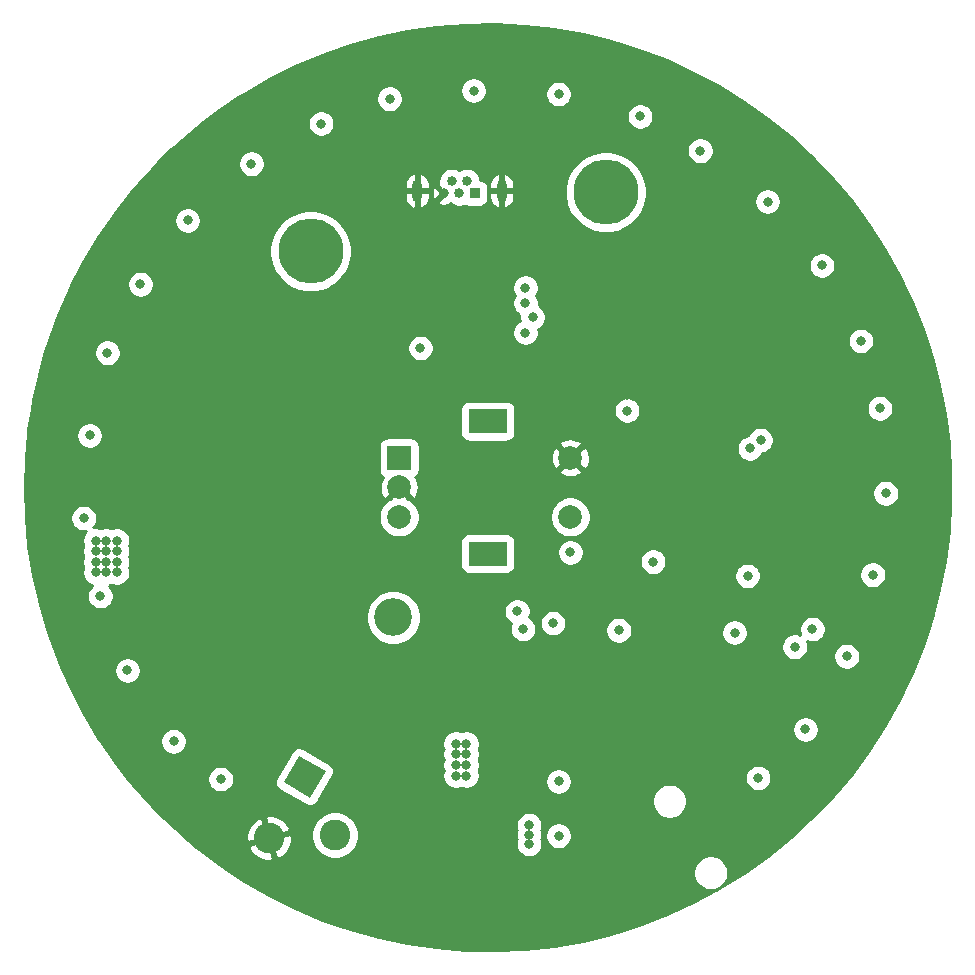
<source format=gbr>
%TF.GenerationSoftware,KiCad,Pcbnew,(5.1.9)-1*%
%TF.CreationDate,2021-08-08T15:33:04+02:00*%
%TF.ProjectId,nogasm,6e6f6761-736d-42e6-9b69-6361645f7063,rev?*%
%TF.SameCoordinates,Original*%
%TF.FileFunction,Copper,L2,Inr*%
%TF.FilePolarity,Positive*%
%FSLAX46Y46*%
G04 Gerber Fmt 4.6, Leading zero omitted, Abs format (unit mm)*
G04 Created by KiCad (PCBNEW (5.1.9)-1) date 2021-08-08 15:33:04*
%MOMM*%
%LPD*%
G01*
G04 APERTURE LIST*
%TA.AperFunction,ComponentPad*%
%ADD10O,0.850000X1.850000*%
%TD*%
%TA.AperFunction,ComponentPad*%
%ADD11C,0.840000*%
%TD*%
%TA.AperFunction,ComponentPad*%
%ADD12R,0.840000X0.840000*%
%TD*%
%TA.AperFunction,ComponentPad*%
%ADD13R,2.000000X2.000000*%
%TD*%
%TA.AperFunction,ComponentPad*%
%ADD14C,2.000000*%
%TD*%
%TA.AperFunction,ComponentPad*%
%ADD15R,3.200000X2.000000*%
%TD*%
%TA.AperFunction,ComponentPad*%
%ADD16C,2.600000*%
%TD*%
%TA.AperFunction,ComponentPad*%
%ADD17C,0.100000*%
%TD*%
%TA.AperFunction,ViaPad*%
%ADD18C,0.800000*%
%TD*%
%TA.AperFunction,ViaPad*%
%ADD19C,5.500000*%
%TD*%
%TA.AperFunction,ViaPad*%
%ADD20C,3.200000*%
%TD*%
%TA.AperFunction,Conductor*%
%ADD21C,0.254000*%
%TD*%
%TA.AperFunction,Conductor*%
%ADD22C,0.100000*%
%TD*%
G04 APERTURE END LIST*
D10*
%TO.N,GND*%
%TO.C,J3*%
X134025000Y-64880000D03*
X141175000Y-64880000D03*
D11*
X136300000Y-65100000D03*
%TO.N,Net-(J3-Pad4)*%
X136950000Y-64100000D03*
%TO.N,Net-(J3-Pad3)*%
X137600000Y-65100000D03*
%TO.N,Net-(J3-Pad2)*%
X138250000Y-64100000D03*
D12*
%TO.N,Net-(J3-Pad1)*%
X138900000Y-65100000D03*
%TD*%
D13*
%TO.N,/ENC_A*%
%TO.C,SW2*%
X132500000Y-87500000D03*
D14*
%TO.N,GND*%
X132500000Y-90000000D03*
%TO.N,/ENC_B*%
X132500000Y-92500000D03*
D15*
%TO.N,N/C*%
X140000000Y-84400000D03*
X140000000Y-95600000D03*
D14*
%TO.N,GND*%
X147000000Y-87500000D03*
%TO.N,/ENC_SW*%
X147000000Y-92500000D03*
%TD*%
D16*
%TO.N,N/C*%
%TO.C,J1*%
X127070319Y-119448076D03*
%TO.N,GND*%
X121500000Y-119696152D03*
%TA.AperFunction,ComponentPad*%
D17*
%TO.N,+12V*%
G36*
X122724167Y-114975833D02*
G01*
X124024167Y-112724167D01*
X126275833Y-114024167D01*
X124975833Y-116275833D01*
X122724167Y-114975833D01*
G37*
%TD.AperFunction*%
%TD*%
D18*
%TO.N,GND*%
X112200000Y-90000000D03*
X112200000Y-87500000D03*
X112200000Y-84900000D03*
X119700000Y-103200000D03*
X119700000Y-101200000D03*
X133400000Y-105600000D03*
X133400000Y-107700000D03*
X135800000Y-109500000D03*
X131200000Y-109500000D03*
X135800000Y-104300000D03*
X131200000Y-104300000D03*
X117500000Y-104700000D03*
X122100000Y-104700000D03*
X122000000Y-99500000D03*
X117600000Y-99500000D03*
X157500000Y-91800000D03*
X157500000Y-87700000D03*
X157500000Y-89700000D03*
X159500000Y-89700000D03*
X155400000Y-89700000D03*
X155400000Y-91800000D03*
X159400000Y-91800000D03*
X159500000Y-87700000D03*
X155400000Y-87700000D03*
X168500000Y-114600000D03*
X172800000Y-108200000D03*
X175700000Y-101000000D03*
X178300000Y-94700000D03*
X178400000Y-86900000D03*
X176600000Y-79300000D03*
X173500000Y-72200000D03*
X169000000Y-65700000D03*
X163300000Y-60400000D03*
X156500000Y-56500000D03*
X149200000Y-53900000D03*
X143000000Y-51400000D03*
X135100000Y-52000000D03*
X127600000Y-53900000D03*
X120900000Y-57400000D03*
X114400000Y-62200000D03*
X109500000Y-68300000D03*
X105700000Y-75100000D03*
X103400000Y-82500000D03*
X101300000Y-88900000D03*
X102100000Y-96700000D03*
X104500000Y-104100000D03*
X108400000Y-110900000D03*
X113500000Y-116800000D03*
X122700000Y-81700000D03*
X151800000Y-82200000D03*
X165300000Y-82300000D03*
X152800000Y-98225000D03*
X156800000Y-106100000D03*
X159000000Y-107300000D03*
X151000000Y-123100000D03*
X152500000Y-123100000D03*
X150900000Y-121300000D03*
X150100000Y-121300000D03*
X141200000Y-103200000D03*
X147600000Y-100600000D03*
X127000000Y-92500000D03*
X127000000Y-87500000D03*
X140000000Y-104800000D03*
X112200000Y-82400000D03*
X144700000Y-108100000D03*
X145600000Y-108100000D03*
X146500000Y-108100000D03*
X147500000Y-108100000D03*
X144700000Y-112200000D03*
X145600000Y-112200000D03*
X146500000Y-112200000D03*
X147400000Y-112200000D03*
X142400000Y-78200000D03*
%TO.N,+3V3*%
X151800000Y-83500000D03*
X143500000Y-118600000D03*
X143500000Y-119400000D03*
X143500000Y-120200000D03*
X137300000Y-111700000D03*
X138200000Y-111700000D03*
X137300000Y-112600000D03*
X138200000Y-112600000D03*
X137300000Y-113500000D03*
X138200000Y-113500000D03*
X137300000Y-114400000D03*
X138200000Y-114400000D03*
X143000000Y-102000000D03*
X151100000Y-102100000D03*
X143200000Y-73100000D03*
X143200000Y-74400000D03*
X134300000Y-78200000D03*
D19*
%TO.N,*%
X125000000Y-70000000D03*
D20*
X132000000Y-101000000D03*
D19*
X150000000Y-65000000D03*
D18*
%TO.N,+5V*%
X113400000Y-111500000D03*
X109500000Y-105500000D03*
X107200000Y-99200000D03*
X105800000Y-92600000D03*
X106300000Y-85600000D03*
X107800000Y-78600000D03*
X110600000Y-72800000D03*
X114600000Y-67400000D03*
X120000000Y-62600000D03*
X125900000Y-59200000D03*
X131700000Y-57100000D03*
X146000000Y-56700000D03*
X152900000Y-58600000D03*
X158000000Y-61500000D03*
X163700000Y-65800000D03*
X168300000Y-71200000D03*
X171600000Y-77600000D03*
X173200000Y-83300000D03*
X173700000Y-90500000D03*
X172600000Y-97400000D03*
X170400000Y-104300000D03*
X166900000Y-110500000D03*
X162900000Y-114600000D03*
X138800000Y-56400000D03*
X107700000Y-94500000D03*
X108600000Y-94500000D03*
X108600000Y-95400000D03*
X108600000Y-96300000D03*
X107700000Y-96300000D03*
X107700000Y-95400000D03*
X106800000Y-95400000D03*
X106800000Y-96300000D03*
X106800000Y-97200000D03*
X107700000Y-97200000D03*
X108600000Y-97200000D03*
X106800000Y-94500000D03*
%TO.N,/ENC_A*%
X147000000Y-95500000D03*
%TO.N,/ENC_B*%
X162000000Y-97500000D03*
%TO.N,/LED*%
X160900000Y-102300000D03*
X117400000Y-114700000D03*
%TO.N,Net-(R1-Pad1)*%
X146000000Y-119500000D03*
X146000000Y-114900000D03*
%TO.N,/Motor*%
X166000000Y-103500000D03*
X167499962Y-102000000D03*
%TO.N,/ENC_SW*%
X154000000Y-96300000D03*
%TO.N,Net-(RV1-Pad2)*%
X142500000Y-100500000D03*
X145530002Y-101500000D03*
%TO.N,/TX_ESP*%
X163100000Y-86000000D03*
X143800000Y-75600000D03*
%TO.N,/RX_ESP*%
X143200000Y-76900000D03*
X162200000Y-86700000D03*
%TD*%
D21*
%TO.N,GND*%
X143106440Y-50925286D02*
X145578457Y-51200979D01*
X148028012Y-51632902D01*
X150445241Y-52219315D01*
X152820410Y-52957858D01*
X155143956Y-53845556D01*
X157406523Y-54878836D01*
X159599000Y-56053536D01*
X161712559Y-57364927D01*
X163738689Y-58807727D01*
X165669231Y-60376128D01*
X167496413Y-62063814D01*
X169212876Y-63863989D01*
X170811709Y-65769404D01*
X172286475Y-67772387D01*
X173631234Y-69864874D01*
X174840572Y-72038437D01*
X175909619Y-74284325D01*
X176834071Y-76593494D01*
X177610206Y-78956647D01*
X178234897Y-81364268D01*
X178705630Y-83806661D01*
X179020508Y-86273993D01*
X179178265Y-88756328D01*
X179178265Y-91243672D01*
X179020508Y-93726007D01*
X178705630Y-96193339D01*
X178234897Y-98635732D01*
X177610206Y-101043353D01*
X176834071Y-103406506D01*
X175909619Y-105715675D01*
X174840572Y-107961563D01*
X173631234Y-110135126D01*
X172286475Y-112227613D01*
X170811709Y-114230596D01*
X169212876Y-116136011D01*
X167496413Y-117936186D01*
X165669231Y-119623872D01*
X163738689Y-121192273D01*
X161712559Y-122635073D01*
X159599000Y-123946464D01*
X157406523Y-125121164D01*
X155143956Y-126154444D01*
X152820410Y-127042142D01*
X150445241Y-127780685D01*
X148028012Y-128367098D01*
X145578457Y-128799021D01*
X143106440Y-129074714D01*
X140621914Y-129193066D01*
X138134884Y-129153602D01*
X135655364Y-128956480D01*
X133193339Y-128602494D01*
X130758721Y-128093070D01*
X128361315Y-127430258D01*
X126010774Y-126616728D01*
X123716562Y-125655755D01*
X121487918Y-124551209D01*
X119333816Y-123307537D01*
X118104715Y-122489799D01*
X157410500Y-122489799D01*
X157410500Y-122780743D01*
X157467260Y-123066096D01*
X157578599Y-123334893D01*
X157740239Y-123576804D01*
X157945967Y-123782532D01*
X158187878Y-123944172D01*
X158456675Y-124055511D01*
X158742028Y-124112271D01*
X159032972Y-124112271D01*
X159318325Y-124055511D01*
X159587122Y-123944172D01*
X159829033Y-123782532D01*
X160034761Y-123576804D01*
X160196401Y-123334893D01*
X160307740Y-123066096D01*
X160364500Y-122780743D01*
X160364500Y-122489799D01*
X160307740Y-122204446D01*
X160196401Y-121935649D01*
X160034761Y-121693738D01*
X159829033Y-121488010D01*
X159587122Y-121326370D01*
X159318325Y-121215031D01*
X159032972Y-121158271D01*
X158742028Y-121158271D01*
X158456675Y-121215031D01*
X158187878Y-121326370D01*
X157945967Y-121488010D01*
X157740239Y-121693738D01*
X157578599Y-121935649D01*
X157467260Y-122204446D01*
X157410500Y-122489799D01*
X118104715Y-122489799D01*
X117262929Y-121929748D01*
X115517405Y-120601327D01*
X119779184Y-120601327D01*
X119988840Y-120919649D01*
X120256569Y-121190952D01*
X120572081Y-121404811D01*
X120923254Y-121553008D01*
X121296591Y-121629846D01*
X121576503Y-121639010D01*
X121838308Y-121449424D01*
X121410197Y-119851695D01*
X119812468Y-120279805D01*
X119779184Y-120601327D01*
X115517405Y-120601327D01*
X115283597Y-120423389D01*
X114532610Y-119772655D01*
X119557142Y-119772655D01*
X119746728Y-120034460D01*
X120674159Y-119785955D01*
X121655543Y-119785955D01*
X122083653Y-121383684D01*
X122405175Y-121416968D01*
X122723497Y-121207312D01*
X122994800Y-120939583D01*
X123208659Y-120624071D01*
X123356856Y-120272898D01*
X123433694Y-119899561D01*
X123442858Y-119619649D01*
X123253272Y-119357844D01*
X121655543Y-119785955D01*
X120674159Y-119785955D01*
X121344457Y-119606349D01*
X120916347Y-118008620D01*
X120594825Y-117975336D01*
X120276503Y-118184992D01*
X120005200Y-118452721D01*
X119791341Y-118768233D01*
X119643144Y-119119406D01*
X119566306Y-119492743D01*
X119557142Y-119772655D01*
X114532610Y-119772655D01*
X113403788Y-118794526D01*
X112538522Y-117942880D01*
X121161692Y-117942880D01*
X121589803Y-119540609D01*
X122680215Y-119248434D01*
X125043319Y-119248434D01*
X125043319Y-119647718D01*
X125121215Y-120039330D01*
X125274015Y-120408221D01*
X125495845Y-120740213D01*
X125778182Y-121022550D01*
X126110174Y-121244380D01*
X126479065Y-121397180D01*
X126870677Y-121475076D01*
X127269961Y-121475076D01*
X127661573Y-121397180D01*
X128030464Y-121244380D01*
X128362456Y-121022550D01*
X128644793Y-120740213D01*
X128866623Y-120408221D01*
X129019423Y-120039330D01*
X129097319Y-119647718D01*
X129097319Y-119248434D01*
X129019423Y-118856822D01*
X128867066Y-118489000D01*
X142373000Y-118489000D01*
X142373000Y-118711000D01*
X142416310Y-118928734D01*
X142445829Y-119000000D01*
X142416310Y-119071266D01*
X142373000Y-119289000D01*
X142373000Y-119511000D01*
X142416310Y-119728734D01*
X142445829Y-119800000D01*
X142416310Y-119871266D01*
X142373000Y-120089000D01*
X142373000Y-120311000D01*
X142416310Y-120528734D01*
X142501266Y-120733835D01*
X142624602Y-120918421D01*
X142781579Y-121075398D01*
X142966165Y-121198734D01*
X143171266Y-121283690D01*
X143389000Y-121327000D01*
X143611000Y-121327000D01*
X143828734Y-121283690D01*
X144033835Y-121198734D01*
X144218421Y-121075398D01*
X144375398Y-120918421D01*
X144498734Y-120733835D01*
X144583690Y-120528734D01*
X144627000Y-120311000D01*
X144627000Y-120089000D01*
X144583690Y-119871266D01*
X144554171Y-119800000D01*
X144583690Y-119728734D01*
X144627000Y-119511000D01*
X144627000Y-119389000D01*
X144873000Y-119389000D01*
X144873000Y-119611000D01*
X144916310Y-119828734D01*
X145001266Y-120033835D01*
X145124602Y-120218421D01*
X145281579Y-120375398D01*
X145466165Y-120498734D01*
X145671266Y-120583690D01*
X145889000Y-120627000D01*
X146111000Y-120627000D01*
X146328734Y-120583690D01*
X146533835Y-120498734D01*
X146718421Y-120375398D01*
X146875398Y-120218421D01*
X146998734Y-120033835D01*
X147083690Y-119828734D01*
X147127000Y-119611000D01*
X147127000Y-119389000D01*
X147083690Y-119171266D01*
X146998734Y-118966165D01*
X146875398Y-118781579D01*
X146718421Y-118624602D01*
X146533835Y-118501266D01*
X146328734Y-118416310D01*
X146111000Y-118373000D01*
X145889000Y-118373000D01*
X145671266Y-118416310D01*
X145466165Y-118501266D01*
X145281579Y-118624602D01*
X145124602Y-118781579D01*
X145001266Y-118966165D01*
X144916310Y-119171266D01*
X144873000Y-119389000D01*
X144627000Y-119389000D01*
X144627000Y-119289000D01*
X144583690Y-119071266D01*
X144554171Y-119000000D01*
X144583690Y-118928734D01*
X144627000Y-118711000D01*
X144627000Y-118489000D01*
X144583690Y-118271266D01*
X144498734Y-118066165D01*
X144375398Y-117881579D01*
X144218421Y-117724602D01*
X144033835Y-117601266D01*
X143828734Y-117516310D01*
X143611000Y-117473000D01*
X143389000Y-117473000D01*
X143171266Y-117516310D01*
X142966165Y-117601266D01*
X142781579Y-117724602D01*
X142624602Y-117881579D01*
X142501266Y-118066165D01*
X142416310Y-118271266D01*
X142373000Y-118489000D01*
X128867066Y-118489000D01*
X128866623Y-118487931D01*
X128644793Y-118155939D01*
X128362456Y-117873602D01*
X128030464Y-117651772D01*
X127661573Y-117498972D01*
X127269961Y-117421076D01*
X126870677Y-117421076D01*
X126479065Y-117498972D01*
X126110174Y-117651772D01*
X125778182Y-117873602D01*
X125495845Y-118155939D01*
X125274015Y-118487931D01*
X125121215Y-118856822D01*
X125043319Y-119248434D01*
X122680215Y-119248434D01*
X123187532Y-119112499D01*
X123220816Y-118790977D01*
X123011160Y-118472655D01*
X122743431Y-118201352D01*
X122427919Y-117987493D01*
X122076746Y-117839296D01*
X121703409Y-117762458D01*
X121423497Y-117753294D01*
X121161692Y-117942880D01*
X112538522Y-117942880D01*
X111631073Y-117049717D01*
X109972590Y-115195989D01*
X109495249Y-114589000D01*
X116273000Y-114589000D01*
X116273000Y-114811000D01*
X116316310Y-115028734D01*
X116401266Y-115233835D01*
X116524602Y-115418421D01*
X116681579Y-115575398D01*
X116866165Y-115698734D01*
X117071266Y-115783690D01*
X117289000Y-115827000D01*
X117511000Y-115827000D01*
X117728734Y-115783690D01*
X117933835Y-115698734D01*
X118118421Y-115575398D01*
X118275398Y-115418421D01*
X118398734Y-115233835D01*
X118483690Y-115028734D01*
X118484709Y-115023611D01*
X121995214Y-115023611D01*
X122018542Y-115164905D01*
X122068986Y-115298932D01*
X122144609Y-115420544D01*
X122242504Y-115525065D01*
X122358908Y-115608479D01*
X124610574Y-116908479D01*
X124741016Y-116967582D01*
X124880481Y-117000100D01*
X125023611Y-117004786D01*
X125164905Y-116981458D01*
X125298932Y-116931014D01*
X125420544Y-116855391D01*
X125525065Y-116757496D01*
X125608479Y-116641092D01*
X125731726Y-116427621D01*
X153910500Y-116427621D01*
X153910500Y-116718565D01*
X153967260Y-117003918D01*
X154078599Y-117272715D01*
X154240239Y-117514626D01*
X154445967Y-117720354D01*
X154687878Y-117881994D01*
X154956675Y-117993333D01*
X155242028Y-118050093D01*
X155532972Y-118050093D01*
X155818325Y-117993333D01*
X156087122Y-117881994D01*
X156329033Y-117720354D01*
X156534761Y-117514626D01*
X156696401Y-117272715D01*
X156807740Y-117003918D01*
X156864500Y-116718565D01*
X156864500Y-116427621D01*
X156807740Y-116142268D01*
X156696401Y-115873471D01*
X156534761Y-115631560D01*
X156329033Y-115425832D01*
X156087122Y-115264192D01*
X155818325Y-115152853D01*
X155532972Y-115096093D01*
X155242028Y-115096093D01*
X154956675Y-115152853D01*
X154687878Y-115264192D01*
X154445967Y-115425832D01*
X154240239Y-115631560D01*
X154078599Y-115873471D01*
X153967260Y-116142268D01*
X153910500Y-116427621D01*
X125731726Y-116427621D01*
X126908479Y-114389426D01*
X126967582Y-114258984D01*
X127000100Y-114119519D01*
X127004786Y-113976389D01*
X126981458Y-113835095D01*
X126931014Y-113701068D01*
X126855391Y-113579456D01*
X126757496Y-113474935D01*
X126641092Y-113391521D01*
X124389426Y-112091521D01*
X124258984Y-112032418D01*
X124119519Y-111999900D01*
X123976389Y-111995214D01*
X123835095Y-112018542D01*
X123701068Y-112068986D01*
X123579456Y-112144609D01*
X123474935Y-112242504D01*
X123391521Y-112358908D01*
X122091521Y-114610574D01*
X122032418Y-114741016D01*
X121999900Y-114880481D01*
X121995214Y-115023611D01*
X118484709Y-115023611D01*
X118527000Y-114811000D01*
X118527000Y-114589000D01*
X118483690Y-114371266D01*
X118398734Y-114166165D01*
X118275398Y-113981579D01*
X118118421Y-113824602D01*
X117933835Y-113701266D01*
X117728734Y-113616310D01*
X117511000Y-113573000D01*
X117289000Y-113573000D01*
X117071266Y-113616310D01*
X116866165Y-113701266D01*
X116681579Y-113824602D01*
X116524602Y-113981579D01*
X116401266Y-114166165D01*
X116316310Y-114371266D01*
X116273000Y-114589000D01*
X109495249Y-114589000D01*
X108435016Y-113240805D01*
X107160142Y-111389000D01*
X112273000Y-111389000D01*
X112273000Y-111611000D01*
X112316310Y-111828734D01*
X112401266Y-112033835D01*
X112524602Y-112218421D01*
X112681579Y-112375398D01*
X112866165Y-112498734D01*
X113071266Y-112583690D01*
X113289000Y-112627000D01*
X113511000Y-112627000D01*
X113728734Y-112583690D01*
X113933835Y-112498734D01*
X114118421Y-112375398D01*
X114275398Y-112218421D01*
X114398734Y-112033835D01*
X114483690Y-111828734D01*
X114527000Y-111611000D01*
X114527000Y-111589000D01*
X136173000Y-111589000D01*
X136173000Y-111811000D01*
X136216310Y-112028734D01*
X136266540Y-112150000D01*
X136216310Y-112271266D01*
X136173000Y-112489000D01*
X136173000Y-112711000D01*
X136216310Y-112928734D01*
X136266540Y-113050000D01*
X136216310Y-113171266D01*
X136173000Y-113389000D01*
X136173000Y-113611000D01*
X136216310Y-113828734D01*
X136266540Y-113950000D01*
X136216310Y-114071266D01*
X136173000Y-114289000D01*
X136173000Y-114511000D01*
X136216310Y-114728734D01*
X136301266Y-114933835D01*
X136424602Y-115118421D01*
X136581579Y-115275398D01*
X136766165Y-115398734D01*
X136971266Y-115483690D01*
X137189000Y-115527000D01*
X137411000Y-115527000D01*
X137628734Y-115483690D01*
X137750000Y-115433460D01*
X137871266Y-115483690D01*
X138089000Y-115527000D01*
X138311000Y-115527000D01*
X138528734Y-115483690D01*
X138733835Y-115398734D01*
X138918421Y-115275398D01*
X139075398Y-115118421D01*
X139198734Y-114933835D01*
X139258726Y-114789000D01*
X144873000Y-114789000D01*
X144873000Y-115011000D01*
X144916310Y-115228734D01*
X145001266Y-115433835D01*
X145124602Y-115618421D01*
X145281579Y-115775398D01*
X145466165Y-115898734D01*
X145671266Y-115983690D01*
X145889000Y-116027000D01*
X146111000Y-116027000D01*
X146328734Y-115983690D01*
X146533835Y-115898734D01*
X146718421Y-115775398D01*
X146875398Y-115618421D01*
X146998734Y-115433835D01*
X147083690Y-115228734D01*
X147127000Y-115011000D01*
X147127000Y-114789000D01*
X147083690Y-114571266D01*
X147049615Y-114489000D01*
X161773000Y-114489000D01*
X161773000Y-114711000D01*
X161816310Y-114928734D01*
X161901266Y-115133835D01*
X162024602Y-115318421D01*
X162181579Y-115475398D01*
X162366165Y-115598734D01*
X162571266Y-115683690D01*
X162789000Y-115727000D01*
X163011000Y-115727000D01*
X163228734Y-115683690D01*
X163433835Y-115598734D01*
X163618421Y-115475398D01*
X163775398Y-115318421D01*
X163898734Y-115133835D01*
X163983690Y-114928734D01*
X164027000Y-114711000D01*
X164027000Y-114489000D01*
X163983690Y-114271266D01*
X163898734Y-114066165D01*
X163775398Y-113881579D01*
X163618421Y-113724602D01*
X163433835Y-113601266D01*
X163228734Y-113516310D01*
X163011000Y-113473000D01*
X162789000Y-113473000D01*
X162571266Y-113516310D01*
X162366165Y-113601266D01*
X162181579Y-113724602D01*
X162024602Y-113881579D01*
X161901266Y-114066165D01*
X161816310Y-114271266D01*
X161773000Y-114489000D01*
X147049615Y-114489000D01*
X146998734Y-114366165D01*
X146875398Y-114181579D01*
X146718421Y-114024602D01*
X146533835Y-113901266D01*
X146328734Y-113816310D01*
X146111000Y-113773000D01*
X145889000Y-113773000D01*
X145671266Y-113816310D01*
X145466165Y-113901266D01*
X145281579Y-114024602D01*
X145124602Y-114181579D01*
X145001266Y-114366165D01*
X144916310Y-114571266D01*
X144873000Y-114789000D01*
X139258726Y-114789000D01*
X139283690Y-114728734D01*
X139327000Y-114511000D01*
X139327000Y-114289000D01*
X139283690Y-114071266D01*
X139233460Y-113950000D01*
X139283690Y-113828734D01*
X139327000Y-113611000D01*
X139327000Y-113389000D01*
X139283690Y-113171266D01*
X139233460Y-113050000D01*
X139283690Y-112928734D01*
X139327000Y-112711000D01*
X139327000Y-112489000D01*
X139283690Y-112271266D01*
X139233460Y-112150000D01*
X139283690Y-112028734D01*
X139327000Y-111811000D01*
X139327000Y-111589000D01*
X139283690Y-111371266D01*
X139198734Y-111166165D01*
X139075398Y-110981579D01*
X138918421Y-110824602D01*
X138733835Y-110701266D01*
X138528734Y-110616310D01*
X138311000Y-110573000D01*
X138089000Y-110573000D01*
X137871266Y-110616310D01*
X137750000Y-110666540D01*
X137628734Y-110616310D01*
X137411000Y-110573000D01*
X137189000Y-110573000D01*
X136971266Y-110616310D01*
X136766165Y-110701266D01*
X136581579Y-110824602D01*
X136424602Y-110981579D01*
X136301266Y-111166165D01*
X136216310Y-111371266D01*
X136173000Y-111589000D01*
X114527000Y-111589000D01*
X114527000Y-111389000D01*
X114483690Y-111171266D01*
X114398734Y-110966165D01*
X114275398Y-110781579D01*
X114118421Y-110624602D01*
X113933835Y-110501266D01*
X113728734Y-110416310D01*
X113591438Y-110389000D01*
X165773000Y-110389000D01*
X165773000Y-110611000D01*
X165816310Y-110828734D01*
X165901266Y-111033835D01*
X166024602Y-111218421D01*
X166181579Y-111375398D01*
X166366165Y-111498734D01*
X166571266Y-111583690D01*
X166789000Y-111627000D01*
X167011000Y-111627000D01*
X167228734Y-111583690D01*
X167433835Y-111498734D01*
X167618421Y-111375398D01*
X167775398Y-111218421D01*
X167898734Y-111033835D01*
X167983690Y-110828734D01*
X168027000Y-110611000D01*
X168027000Y-110389000D01*
X167983690Y-110171266D01*
X167898734Y-109966165D01*
X167775398Y-109781579D01*
X167618421Y-109624602D01*
X167433835Y-109501266D01*
X167228734Y-109416310D01*
X167011000Y-109373000D01*
X166789000Y-109373000D01*
X166571266Y-109416310D01*
X166366165Y-109501266D01*
X166181579Y-109624602D01*
X166024602Y-109781579D01*
X165901266Y-109966165D01*
X165816310Y-110171266D01*
X165773000Y-110389000D01*
X113591438Y-110389000D01*
X113511000Y-110373000D01*
X113289000Y-110373000D01*
X113071266Y-110416310D01*
X112866165Y-110501266D01*
X112681579Y-110624602D01*
X112524602Y-110781579D01*
X112401266Y-110966165D01*
X112316310Y-111171266D01*
X112273000Y-111389000D01*
X107160142Y-111389000D01*
X107024544Y-111192039D01*
X105746852Y-109057940D01*
X104607086Y-106847101D01*
X103968955Y-105389000D01*
X108373000Y-105389000D01*
X108373000Y-105611000D01*
X108416310Y-105828734D01*
X108501266Y-106033835D01*
X108624602Y-106218421D01*
X108781579Y-106375398D01*
X108966165Y-106498734D01*
X109171266Y-106583690D01*
X109389000Y-106627000D01*
X109611000Y-106627000D01*
X109828734Y-106583690D01*
X110033835Y-106498734D01*
X110218421Y-106375398D01*
X110375398Y-106218421D01*
X110498734Y-106033835D01*
X110583690Y-105828734D01*
X110627000Y-105611000D01*
X110627000Y-105389000D01*
X110583690Y-105171266D01*
X110498734Y-104966165D01*
X110375398Y-104781579D01*
X110218421Y-104624602D01*
X110033835Y-104501266D01*
X109828734Y-104416310D01*
X109611000Y-104373000D01*
X109389000Y-104373000D01*
X109171266Y-104416310D01*
X108966165Y-104501266D01*
X108781579Y-104624602D01*
X108624602Y-104781579D01*
X108501266Y-104966165D01*
X108416310Y-105171266D01*
X108373000Y-105389000D01*
X103968955Y-105389000D01*
X103609834Y-104568425D01*
X102759112Y-102231087D01*
X102330337Y-100770811D01*
X129673000Y-100770811D01*
X129673000Y-101229189D01*
X129762426Y-101678761D01*
X129937840Y-102102248D01*
X130192501Y-102483376D01*
X130516624Y-102807499D01*
X130897752Y-103062160D01*
X131321239Y-103237574D01*
X131770811Y-103327000D01*
X132229189Y-103327000D01*
X132678761Y-103237574D01*
X133102248Y-103062160D01*
X133483376Y-102807499D01*
X133807499Y-102483376D01*
X134062160Y-102102248D01*
X134237574Y-101678761D01*
X134327000Y-101229189D01*
X134327000Y-100770811D01*
X134251053Y-100389000D01*
X141373000Y-100389000D01*
X141373000Y-100611000D01*
X141416310Y-100828734D01*
X141501266Y-101033835D01*
X141624602Y-101218421D01*
X141781579Y-101375398D01*
X141966165Y-101498734D01*
X141984611Y-101506374D01*
X141916310Y-101671266D01*
X141873000Y-101889000D01*
X141873000Y-102111000D01*
X141916310Y-102328734D01*
X142001266Y-102533835D01*
X142124602Y-102718421D01*
X142281579Y-102875398D01*
X142466165Y-102998734D01*
X142671266Y-103083690D01*
X142889000Y-103127000D01*
X143111000Y-103127000D01*
X143328734Y-103083690D01*
X143533835Y-102998734D01*
X143718421Y-102875398D01*
X143875398Y-102718421D01*
X143998734Y-102533835D01*
X144083690Y-102328734D01*
X144127000Y-102111000D01*
X144127000Y-101889000D01*
X144083690Y-101671266D01*
X143998734Y-101466165D01*
X143947175Y-101389000D01*
X144403002Y-101389000D01*
X144403002Y-101611000D01*
X144446312Y-101828734D01*
X144531268Y-102033835D01*
X144654604Y-102218421D01*
X144811581Y-102375398D01*
X144996167Y-102498734D01*
X145201268Y-102583690D01*
X145419002Y-102627000D01*
X145641002Y-102627000D01*
X145858736Y-102583690D01*
X146063837Y-102498734D01*
X146248423Y-102375398D01*
X146405400Y-102218421D01*
X146528736Y-102033835D01*
X146547307Y-101989000D01*
X149973000Y-101989000D01*
X149973000Y-102211000D01*
X150016310Y-102428734D01*
X150101266Y-102633835D01*
X150224602Y-102818421D01*
X150381579Y-102975398D01*
X150566165Y-103098734D01*
X150771266Y-103183690D01*
X150989000Y-103227000D01*
X151211000Y-103227000D01*
X151428734Y-103183690D01*
X151633835Y-103098734D01*
X151818421Y-102975398D01*
X151975398Y-102818421D01*
X152098734Y-102633835D01*
X152183690Y-102428734D01*
X152227000Y-102211000D01*
X152227000Y-102189000D01*
X159773000Y-102189000D01*
X159773000Y-102411000D01*
X159816310Y-102628734D01*
X159901266Y-102833835D01*
X160024602Y-103018421D01*
X160181579Y-103175398D01*
X160366165Y-103298734D01*
X160571266Y-103383690D01*
X160789000Y-103427000D01*
X161011000Y-103427000D01*
X161202038Y-103389000D01*
X164873000Y-103389000D01*
X164873000Y-103611000D01*
X164916310Y-103828734D01*
X165001266Y-104033835D01*
X165124602Y-104218421D01*
X165281579Y-104375398D01*
X165466165Y-104498734D01*
X165671266Y-104583690D01*
X165889000Y-104627000D01*
X166111000Y-104627000D01*
X166328734Y-104583690D01*
X166533835Y-104498734D01*
X166718421Y-104375398D01*
X166875398Y-104218421D01*
X166895056Y-104189000D01*
X169273000Y-104189000D01*
X169273000Y-104411000D01*
X169316310Y-104628734D01*
X169401266Y-104833835D01*
X169524602Y-105018421D01*
X169681579Y-105175398D01*
X169866165Y-105298734D01*
X170071266Y-105383690D01*
X170289000Y-105427000D01*
X170511000Y-105427000D01*
X170728734Y-105383690D01*
X170933835Y-105298734D01*
X171118421Y-105175398D01*
X171275398Y-105018421D01*
X171398734Y-104833835D01*
X171483690Y-104628734D01*
X171527000Y-104411000D01*
X171527000Y-104189000D01*
X171483690Y-103971266D01*
X171398734Y-103766165D01*
X171275398Y-103581579D01*
X171118421Y-103424602D01*
X170933835Y-103301266D01*
X170728734Y-103216310D01*
X170511000Y-103173000D01*
X170289000Y-103173000D01*
X170071266Y-103216310D01*
X169866165Y-103301266D01*
X169681579Y-103424602D01*
X169524602Y-103581579D01*
X169401266Y-103766165D01*
X169316310Y-103971266D01*
X169273000Y-104189000D01*
X166895056Y-104189000D01*
X166998734Y-104033835D01*
X167083690Y-103828734D01*
X167127000Y-103611000D01*
X167127000Y-103389000D01*
X167083690Y-103171266D01*
X167021772Y-103021783D01*
X167171228Y-103083690D01*
X167388962Y-103127000D01*
X167610962Y-103127000D01*
X167828696Y-103083690D01*
X168033797Y-102998734D01*
X168218383Y-102875398D01*
X168375360Y-102718421D01*
X168498696Y-102533835D01*
X168583652Y-102328734D01*
X168626962Y-102111000D01*
X168626962Y-101889000D01*
X168583652Y-101671266D01*
X168498696Y-101466165D01*
X168375360Y-101281579D01*
X168218383Y-101124602D01*
X168033797Y-101001266D01*
X167828696Y-100916310D01*
X167610962Y-100873000D01*
X167388962Y-100873000D01*
X167171228Y-100916310D01*
X166966127Y-101001266D01*
X166781541Y-101124602D01*
X166624564Y-101281579D01*
X166501228Y-101466165D01*
X166416272Y-101671266D01*
X166372962Y-101889000D01*
X166372962Y-102111000D01*
X166416272Y-102328734D01*
X166478190Y-102478217D01*
X166328734Y-102416310D01*
X166111000Y-102373000D01*
X165889000Y-102373000D01*
X165671266Y-102416310D01*
X165466165Y-102501266D01*
X165281579Y-102624602D01*
X165124602Y-102781579D01*
X165001266Y-102966165D01*
X164916310Y-103171266D01*
X164873000Y-103389000D01*
X161202038Y-103389000D01*
X161228734Y-103383690D01*
X161433835Y-103298734D01*
X161618421Y-103175398D01*
X161775398Y-103018421D01*
X161898734Y-102833835D01*
X161983690Y-102628734D01*
X162027000Y-102411000D01*
X162027000Y-102189000D01*
X161983690Y-101971266D01*
X161898734Y-101766165D01*
X161775398Y-101581579D01*
X161618421Y-101424602D01*
X161433835Y-101301266D01*
X161228734Y-101216310D01*
X161011000Y-101173000D01*
X160789000Y-101173000D01*
X160571266Y-101216310D01*
X160366165Y-101301266D01*
X160181579Y-101424602D01*
X160024602Y-101581579D01*
X159901266Y-101766165D01*
X159816310Y-101971266D01*
X159773000Y-102189000D01*
X152227000Y-102189000D01*
X152227000Y-101989000D01*
X152183690Y-101771266D01*
X152098734Y-101566165D01*
X151975398Y-101381579D01*
X151818421Y-101224602D01*
X151633835Y-101101266D01*
X151428734Y-101016310D01*
X151211000Y-100973000D01*
X150989000Y-100973000D01*
X150771266Y-101016310D01*
X150566165Y-101101266D01*
X150381579Y-101224602D01*
X150224602Y-101381579D01*
X150101266Y-101566165D01*
X150016310Y-101771266D01*
X149973000Y-101989000D01*
X146547307Y-101989000D01*
X146613692Y-101828734D01*
X146657002Y-101611000D01*
X146657002Y-101389000D01*
X146613692Y-101171266D01*
X146528736Y-100966165D01*
X146405400Y-100781579D01*
X146248423Y-100624602D01*
X146063837Y-100501266D01*
X145858736Y-100416310D01*
X145641002Y-100373000D01*
X145419002Y-100373000D01*
X145201268Y-100416310D01*
X144996167Y-100501266D01*
X144811581Y-100624602D01*
X144654604Y-100781579D01*
X144531268Y-100966165D01*
X144446312Y-101171266D01*
X144403002Y-101389000D01*
X143947175Y-101389000D01*
X143875398Y-101281579D01*
X143718421Y-101124602D01*
X143533835Y-101001266D01*
X143515389Y-100993626D01*
X143583690Y-100828734D01*
X143627000Y-100611000D01*
X143627000Y-100389000D01*
X143583690Y-100171266D01*
X143498734Y-99966165D01*
X143375398Y-99781579D01*
X143218421Y-99624602D01*
X143033835Y-99501266D01*
X142828734Y-99416310D01*
X142611000Y-99373000D01*
X142389000Y-99373000D01*
X142171266Y-99416310D01*
X141966165Y-99501266D01*
X141781579Y-99624602D01*
X141624602Y-99781579D01*
X141501266Y-99966165D01*
X141416310Y-100171266D01*
X141373000Y-100389000D01*
X134251053Y-100389000D01*
X134237574Y-100321239D01*
X134062160Y-99897752D01*
X133807499Y-99516624D01*
X133483376Y-99192501D01*
X133102248Y-98937840D01*
X132678761Y-98762426D01*
X132229189Y-98673000D01*
X131770811Y-98673000D01*
X131321239Y-98762426D01*
X130897752Y-98937840D01*
X130516624Y-99192501D01*
X130192501Y-99516624D01*
X129937840Y-99897752D01*
X129762426Y-100321239D01*
X129673000Y-100770811D01*
X102330337Y-100770811D01*
X102058347Y-99844499D01*
X101510359Y-97418270D01*
X101117355Y-94962171D01*
X100881196Y-92489000D01*
X104673000Y-92489000D01*
X104673000Y-92711000D01*
X104716310Y-92928734D01*
X104801266Y-93133835D01*
X104924602Y-93318421D01*
X105081579Y-93475398D01*
X105266165Y-93598734D01*
X105471266Y-93683690D01*
X105689000Y-93727000D01*
X105911000Y-93727000D01*
X105996111Y-93710070D01*
X105924602Y-93781579D01*
X105801266Y-93966165D01*
X105716310Y-94171266D01*
X105673000Y-94389000D01*
X105673000Y-94611000D01*
X105716310Y-94828734D01*
X105766540Y-94950000D01*
X105716310Y-95071266D01*
X105673000Y-95289000D01*
X105673000Y-95511000D01*
X105716310Y-95728734D01*
X105766540Y-95850000D01*
X105716310Y-95971266D01*
X105673000Y-96189000D01*
X105673000Y-96411000D01*
X105716310Y-96628734D01*
X105766540Y-96750000D01*
X105716310Y-96871266D01*
X105673000Y-97089000D01*
X105673000Y-97311000D01*
X105716310Y-97528734D01*
X105801266Y-97733835D01*
X105924602Y-97918421D01*
X106081579Y-98075398D01*
X106266165Y-98198734D01*
X106471266Y-98283690D01*
X106526396Y-98294656D01*
X106481579Y-98324602D01*
X106324602Y-98481579D01*
X106201266Y-98666165D01*
X106116310Y-98871266D01*
X106073000Y-99089000D01*
X106073000Y-99311000D01*
X106116310Y-99528734D01*
X106201266Y-99733835D01*
X106324602Y-99918421D01*
X106481579Y-100075398D01*
X106666165Y-100198734D01*
X106871266Y-100283690D01*
X107089000Y-100327000D01*
X107311000Y-100327000D01*
X107528734Y-100283690D01*
X107733835Y-100198734D01*
X107918421Y-100075398D01*
X108075398Y-99918421D01*
X108198734Y-99733835D01*
X108283690Y-99528734D01*
X108327000Y-99311000D01*
X108327000Y-99089000D01*
X108283690Y-98871266D01*
X108198734Y-98666165D01*
X108075398Y-98481579D01*
X107918421Y-98324602D01*
X107896544Y-98309984D01*
X108028734Y-98283690D01*
X108150000Y-98233460D01*
X108271266Y-98283690D01*
X108489000Y-98327000D01*
X108711000Y-98327000D01*
X108928734Y-98283690D01*
X109133835Y-98198734D01*
X109318421Y-98075398D01*
X109475398Y-97918421D01*
X109598734Y-97733835D01*
X109683690Y-97528734D01*
X109727000Y-97311000D01*
X109727000Y-97089000D01*
X109683690Y-96871266D01*
X109633460Y-96750000D01*
X109683690Y-96628734D01*
X109727000Y-96411000D01*
X109727000Y-96189000D01*
X109683690Y-95971266D01*
X109633460Y-95850000D01*
X109683690Y-95728734D01*
X109727000Y-95511000D01*
X109727000Y-95289000D01*
X109683690Y-95071266D01*
X109633460Y-94950000D01*
X109683690Y-94828734D01*
X109727000Y-94611000D01*
X109727000Y-94600000D01*
X137669483Y-94600000D01*
X137669483Y-96600000D01*
X137683520Y-96742517D01*
X137725090Y-96879557D01*
X137792597Y-97005853D01*
X137883446Y-97116554D01*
X137994147Y-97207403D01*
X138120443Y-97274910D01*
X138257483Y-97316480D01*
X138400000Y-97330517D01*
X141600000Y-97330517D01*
X141742517Y-97316480D01*
X141879557Y-97274910D01*
X142005853Y-97207403D01*
X142116554Y-97116554D01*
X142207403Y-97005853D01*
X142274910Y-96879557D01*
X142316480Y-96742517D01*
X142330517Y-96600000D01*
X142330517Y-95389000D01*
X145873000Y-95389000D01*
X145873000Y-95611000D01*
X145916310Y-95828734D01*
X146001266Y-96033835D01*
X146124602Y-96218421D01*
X146281579Y-96375398D01*
X146466165Y-96498734D01*
X146671266Y-96583690D01*
X146889000Y-96627000D01*
X147111000Y-96627000D01*
X147328734Y-96583690D01*
X147533835Y-96498734D01*
X147718421Y-96375398D01*
X147875398Y-96218421D01*
X147895056Y-96189000D01*
X152873000Y-96189000D01*
X152873000Y-96411000D01*
X152916310Y-96628734D01*
X153001266Y-96833835D01*
X153124602Y-97018421D01*
X153281579Y-97175398D01*
X153466165Y-97298734D01*
X153671266Y-97383690D01*
X153889000Y-97427000D01*
X154111000Y-97427000D01*
X154302038Y-97389000D01*
X160873000Y-97389000D01*
X160873000Y-97611000D01*
X160916310Y-97828734D01*
X161001266Y-98033835D01*
X161124602Y-98218421D01*
X161281579Y-98375398D01*
X161466165Y-98498734D01*
X161671266Y-98583690D01*
X161889000Y-98627000D01*
X162111000Y-98627000D01*
X162328734Y-98583690D01*
X162533835Y-98498734D01*
X162718421Y-98375398D01*
X162875398Y-98218421D01*
X162998734Y-98033835D01*
X163083690Y-97828734D01*
X163127000Y-97611000D01*
X163127000Y-97389000D01*
X163107109Y-97289000D01*
X171473000Y-97289000D01*
X171473000Y-97511000D01*
X171516310Y-97728734D01*
X171601266Y-97933835D01*
X171724602Y-98118421D01*
X171881579Y-98275398D01*
X172066165Y-98398734D01*
X172271266Y-98483690D01*
X172489000Y-98527000D01*
X172711000Y-98527000D01*
X172928734Y-98483690D01*
X173133835Y-98398734D01*
X173318421Y-98275398D01*
X173475398Y-98118421D01*
X173598734Y-97933835D01*
X173683690Y-97728734D01*
X173727000Y-97511000D01*
X173727000Y-97289000D01*
X173683690Y-97071266D01*
X173598734Y-96866165D01*
X173475398Y-96681579D01*
X173318421Y-96524602D01*
X173133835Y-96401266D01*
X172928734Y-96316310D01*
X172711000Y-96273000D01*
X172489000Y-96273000D01*
X172271266Y-96316310D01*
X172066165Y-96401266D01*
X171881579Y-96524602D01*
X171724602Y-96681579D01*
X171601266Y-96866165D01*
X171516310Y-97071266D01*
X171473000Y-97289000D01*
X163107109Y-97289000D01*
X163083690Y-97171266D01*
X162998734Y-96966165D01*
X162875398Y-96781579D01*
X162718421Y-96624602D01*
X162533835Y-96501266D01*
X162328734Y-96416310D01*
X162111000Y-96373000D01*
X161889000Y-96373000D01*
X161671266Y-96416310D01*
X161466165Y-96501266D01*
X161281579Y-96624602D01*
X161124602Y-96781579D01*
X161001266Y-96966165D01*
X160916310Y-97171266D01*
X160873000Y-97389000D01*
X154302038Y-97389000D01*
X154328734Y-97383690D01*
X154533835Y-97298734D01*
X154718421Y-97175398D01*
X154875398Y-97018421D01*
X154998734Y-96833835D01*
X155083690Y-96628734D01*
X155127000Y-96411000D01*
X155127000Y-96189000D01*
X155083690Y-95971266D01*
X154998734Y-95766165D01*
X154875398Y-95581579D01*
X154718421Y-95424602D01*
X154533835Y-95301266D01*
X154328734Y-95216310D01*
X154111000Y-95173000D01*
X153889000Y-95173000D01*
X153671266Y-95216310D01*
X153466165Y-95301266D01*
X153281579Y-95424602D01*
X153124602Y-95581579D01*
X153001266Y-95766165D01*
X152916310Y-95971266D01*
X152873000Y-96189000D01*
X147895056Y-96189000D01*
X147998734Y-96033835D01*
X148083690Y-95828734D01*
X148127000Y-95611000D01*
X148127000Y-95389000D01*
X148083690Y-95171266D01*
X147998734Y-94966165D01*
X147875398Y-94781579D01*
X147718421Y-94624602D01*
X147533835Y-94501266D01*
X147328734Y-94416310D01*
X147111000Y-94373000D01*
X146889000Y-94373000D01*
X146671266Y-94416310D01*
X146466165Y-94501266D01*
X146281579Y-94624602D01*
X146124602Y-94781579D01*
X146001266Y-94966165D01*
X145916310Y-95171266D01*
X145873000Y-95389000D01*
X142330517Y-95389000D01*
X142330517Y-94600000D01*
X142316480Y-94457483D01*
X142274910Y-94320443D01*
X142207403Y-94194147D01*
X142116554Y-94083446D01*
X142005853Y-93992597D01*
X141879557Y-93925090D01*
X141742517Y-93883520D01*
X141600000Y-93869483D01*
X138400000Y-93869483D01*
X138257483Y-93883520D01*
X138120443Y-93925090D01*
X137994147Y-93992597D01*
X137883446Y-94083446D01*
X137792597Y-94194147D01*
X137725090Y-94320443D01*
X137683520Y-94457483D01*
X137669483Y-94600000D01*
X109727000Y-94600000D01*
X109727000Y-94389000D01*
X109683690Y-94171266D01*
X109598734Y-93966165D01*
X109475398Y-93781579D01*
X109318421Y-93624602D01*
X109133835Y-93501266D01*
X108928734Y-93416310D01*
X108711000Y-93373000D01*
X108489000Y-93373000D01*
X108271266Y-93416310D01*
X108150000Y-93466540D01*
X108028734Y-93416310D01*
X107811000Y-93373000D01*
X107589000Y-93373000D01*
X107371266Y-93416310D01*
X107250000Y-93466540D01*
X107128734Y-93416310D01*
X106911000Y-93373000D01*
X106689000Y-93373000D01*
X106603889Y-93389930D01*
X106675398Y-93318421D01*
X106798734Y-93133835D01*
X106883690Y-92928734D01*
X106927000Y-92711000D01*
X106927000Y-92489000D01*
X106895355Y-92329905D01*
X130773000Y-92329905D01*
X130773000Y-92670095D01*
X130839368Y-93003747D01*
X130969553Y-93318041D01*
X131158552Y-93600898D01*
X131399102Y-93841448D01*
X131681959Y-94030447D01*
X131996253Y-94160632D01*
X132329905Y-94227000D01*
X132670095Y-94227000D01*
X133003747Y-94160632D01*
X133318041Y-94030447D01*
X133600898Y-93841448D01*
X133841448Y-93600898D01*
X134030447Y-93318041D01*
X134160632Y-93003747D01*
X134227000Y-92670095D01*
X134227000Y-92329905D01*
X145273000Y-92329905D01*
X145273000Y-92670095D01*
X145339368Y-93003747D01*
X145469553Y-93318041D01*
X145658552Y-93600898D01*
X145899102Y-93841448D01*
X146181959Y-94030447D01*
X146496253Y-94160632D01*
X146829905Y-94227000D01*
X147170095Y-94227000D01*
X147503747Y-94160632D01*
X147818041Y-94030447D01*
X148100898Y-93841448D01*
X148341448Y-93600898D01*
X148530447Y-93318041D01*
X148660632Y-93003747D01*
X148727000Y-92670095D01*
X148727000Y-92329905D01*
X148660632Y-91996253D01*
X148530447Y-91681959D01*
X148341448Y-91399102D01*
X148100898Y-91158552D01*
X147818041Y-90969553D01*
X147503747Y-90839368D01*
X147170095Y-90773000D01*
X146829905Y-90773000D01*
X146496253Y-90839368D01*
X146181959Y-90969553D01*
X145899102Y-91158552D01*
X145658552Y-91399102D01*
X145469553Y-91681959D01*
X145339368Y-91996253D01*
X145273000Y-92329905D01*
X134227000Y-92329905D01*
X134160632Y-91996253D01*
X134030447Y-91681959D01*
X133841448Y-91399102D01*
X133600898Y-91158552D01*
X133318041Y-90969553D01*
X133270083Y-90949688D01*
X132500000Y-90179605D01*
X131729917Y-90949688D01*
X131681959Y-90969553D01*
X131399102Y-91158552D01*
X131158552Y-91399102D01*
X130969553Y-91681959D01*
X130839368Y-91996253D01*
X130773000Y-92329905D01*
X106895355Y-92329905D01*
X106883690Y-92271266D01*
X106798734Y-92066165D01*
X106675398Y-91881579D01*
X106518421Y-91724602D01*
X106333835Y-91601266D01*
X106128734Y-91516310D01*
X105911000Y-91473000D01*
X105689000Y-91473000D01*
X105471266Y-91516310D01*
X105266165Y-91601266D01*
X105081579Y-91724602D01*
X104924602Y-91881579D01*
X104801266Y-92066165D01*
X104716310Y-92271266D01*
X104673000Y-92489000D01*
X100881196Y-92489000D01*
X100880918Y-92486091D01*
X100802000Y-90000000D01*
X100880918Y-87513909D01*
X101074273Y-85489000D01*
X105173000Y-85489000D01*
X105173000Y-85711000D01*
X105216310Y-85928734D01*
X105301266Y-86133835D01*
X105424602Y-86318421D01*
X105581579Y-86475398D01*
X105766165Y-86598734D01*
X105971266Y-86683690D01*
X106189000Y-86727000D01*
X106411000Y-86727000D01*
X106628734Y-86683690D01*
X106833835Y-86598734D01*
X106981601Y-86500000D01*
X130769483Y-86500000D01*
X130769483Y-88500000D01*
X130783520Y-88642517D01*
X130825090Y-88779557D01*
X130892597Y-88905853D01*
X130983446Y-89016554D01*
X131094147Y-89107403D01*
X131132889Y-89128111D01*
X131100186Y-89139956D01*
X130959296Y-89429571D01*
X130877616Y-89741108D01*
X130858282Y-90062595D01*
X130902039Y-90381675D01*
X131007205Y-90686088D01*
X131100186Y-90860044D01*
X131364587Y-90955808D01*
X132320395Y-90000000D01*
X132306253Y-89985858D01*
X132485858Y-89806253D01*
X132500000Y-89820395D01*
X132514143Y-89806253D01*
X132693748Y-89985858D01*
X132679605Y-90000000D01*
X133635413Y-90955808D01*
X133899814Y-90860044D01*
X134040704Y-90570429D01*
X134088271Y-90389000D01*
X172573000Y-90389000D01*
X172573000Y-90611000D01*
X172616310Y-90828734D01*
X172701266Y-91033835D01*
X172824602Y-91218421D01*
X172981579Y-91375398D01*
X173166165Y-91498734D01*
X173371266Y-91583690D01*
X173589000Y-91627000D01*
X173811000Y-91627000D01*
X174028734Y-91583690D01*
X174233835Y-91498734D01*
X174418421Y-91375398D01*
X174575398Y-91218421D01*
X174698734Y-91033835D01*
X174783690Y-90828734D01*
X174827000Y-90611000D01*
X174827000Y-90389000D01*
X174783690Y-90171266D01*
X174698734Y-89966165D01*
X174575398Y-89781579D01*
X174418421Y-89624602D01*
X174233835Y-89501266D01*
X174028734Y-89416310D01*
X173811000Y-89373000D01*
X173589000Y-89373000D01*
X173371266Y-89416310D01*
X173166165Y-89501266D01*
X172981579Y-89624602D01*
X172824602Y-89781579D01*
X172701266Y-89966165D01*
X172616310Y-90171266D01*
X172573000Y-90389000D01*
X134088271Y-90389000D01*
X134122384Y-90258892D01*
X134141718Y-89937405D01*
X134097961Y-89618325D01*
X133992795Y-89313912D01*
X133899814Y-89139956D01*
X133867111Y-89128111D01*
X133905853Y-89107403D01*
X134016554Y-89016554D01*
X134107403Y-88905853D01*
X134174910Y-88779557D01*
X134216480Y-88642517D01*
X134217179Y-88635413D01*
X146044192Y-88635413D01*
X146139956Y-88899814D01*
X146429571Y-89040704D01*
X146741108Y-89122384D01*
X147062595Y-89141718D01*
X147381675Y-89097961D01*
X147686088Y-88992795D01*
X147860044Y-88899814D01*
X147955808Y-88635413D01*
X147000000Y-87679605D01*
X146044192Y-88635413D01*
X134217179Y-88635413D01*
X134230517Y-88500000D01*
X134230517Y-87562595D01*
X145358282Y-87562595D01*
X145402039Y-87881675D01*
X145507205Y-88186088D01*
X145600186Y-88360044D01*
X145864587Y-88455808D01*
X146820395Y-87500000D01*
X147179605Y-87500000D01*
X148135413Y-88455808D01*
X148399814Y-88360044D01*
X148540704Y-88070429D01*
X148622384Y-87758892D01*
X148641718Y-87437405D01*
X148597961Y-87118325D01*
X148492795Y-86813912D01*
X148399814Y-86639956D01*
X148259127Y-86589000D01*
X161073000Y-86589000D01*
X161073000Y-86811000D01*
X161116310Y-87028734D01*
X161201266Y-87233835D01*
X161324602Y-87418421D01*
X161481579Y-87575398D01*
X161666165Y-87698734D01*
X161871266Y-87783690D01*
X162089000Y-87827000D01*
X162311000Y-87827000D01*
X162528734Y-87783690D01*
X162733835Y-87698734D01*
X162918421Y-87575398D01*
X163075398Y-87418421D01*
X163198734Y-87233835D01*
X163245859Y-87120066D01*
X163428734Y-87083690D01*
X163633835Y-86998734D01*
X163818421Y-86875398D01*
X163975398Y-86718421D01*
X164098734Y-86533835D01*
X164183690Y-86328734D01*
X164227000Y-86111000D01*
X164227000Y-85889000D01*
X164183690Y-85671266D01*
X164098734Y-85466165D01*
X163975398Y-85281579D01*
X163818421Y-85124602D01*
X163633835Y-85001266D01*
X163428734Y-84916310D01*
X163211000Y-84873000D01*
X162989000Y-84873000D01*
X162771266Y-84916310D01*
X162566165Y-85001266D01*
X162381579Y-85124602D01*
X162224602Y-85281579D01*
X162101266Y-85466165D01*
X162054141Y-85579934D01*
X161871266Y-85616310D01*
X161666165Y-85701266D01*
X161481579Y-85824602D01*
X161324602Y-85981579D01*
X161201266Y-86166165D01*
X161116310Y-86371266D01*
X161073000Y-86589000D01*
X148259127Y-86589000D01*
X148135413Y-86544192D01*
X147179605Y-87500000D01*
X146820395Y-87500000D01*
X145864587Y-86544192D01*
X145600186Y-86639956D01*
X145459296Y-86929571D01*
X145377616Y-87241108D01*
X145358282Y-87562595D01*
X134230517Y-87562595D01*
X134230517Y-86500000D01*
X134217180Y-86364587D01*
X146044192Y-86364587D01*
X147000000Y-87320395D01*
X147955808Y-86364587D01*
X147860044Y-86100186D01*
X147570429Y-85959296D01*
X147258892Y-85877616D01*
X146937405Y-85858282D01*
X146618325Y-85902039D01*
X146313912Y-86007205D01*
X146139956Y-86100186D01*
X146044192Y-86364587D01*
X134217180Y-86364587D01*
X134216480Y-86357483D01*
X134174910Y-86220443D01*
X134107403Y-86094147D01*
X134016554Y-85983446D01*
X133905853Y-85892597D01*
X133779557Y-85825090D01*
X133642517Y-85783520D01*
X133500000Y-85769483D01*
X131500000Y-85769483D01*
X131357483Y-85783520D01*
X131220443Y-85825090D01*
X131094147Y-85892597D01*
X130983446Y-85983446D01*
X130892597Y-86094147D01*
X130825090Y-86220443D01*
X130783520Y-86357483D01*
X130769483Y-86500000D01*
X106981601Y-86500000D01*
X107018421Y-86475398D01*
X107175398Y-86318421D01*
X107298734Y-86133835D01*
X107383690Y-85928734D01*
X107427000Y-85711000D01*
X107427000Y-85489000D01*
X107383690Y-85271266D01*
X107298734Y-85066165D01*
X107175398Y-84881579D01*
X107018421Y-84724602D01*
X106833835Y-84601266D01*
X106628734Y-84516310D01*
X106411000Y-84473000D01*
X106189000Y-84473000D01*
X105971266Y-84516310D01*
X105766165Y-84601266D01*
X105581579Y-84724602D01*
X105424602Y-84881579D01*
X105301266Y-85066165D01*
X105216310Y-85271266D01*
X105173000Y-85489000D01*
X101074273Y-85489000D01*
X101117355Y-85037829D01*
X101379426Y-83400000D01*
X137669483Y-83400000D01*
X137669483Y-85400000D01*
X137683520Y-85542517D01*
X137725090Y-85679557D01*
X137792597Y-85805853D01*
X137883446Y-85916554D01*
X137994147Y-86007403D01*
X138120443Y-86074910D01*
X138257483Y-86116480D01*
X138400000Y-86130517D01*
X141600000Y-86130517D01*
X141742517Y-86116480D01*
X141879557Y-86074910D01*
X142005853Y-86007403D01*
X142116554Y-85916554D01*
X142207403Y-85805853D01*
X142274910Y-85679557D01*
X142316480Y-85542517D01*
X142330517Y-85400000D01*
X142330517Y-83400000D01*
X142329434Y-83389000D01*
X150673000Y-83389000D01*
X150673000Y-83611000D01*
X150716310Y-83828734D01*
X150801266Y-84033835D01*
X150924602Y-84218421D01*
X151081579Y-84375398D01*
X151266165Y-84498734D01*
X151471266Y-84583690D01*
X151689000Y-84627000D01*
X151911000Y-84627000D01*
X152128734Y-84583690D01*
X152333835Y-84498734D01*
X152518421Y-84375398D01*
X152675398Y-84218421D01*
X152798734Y-84033835D01*
X152883690Y-83828734D01*
X152927000Y-83611000D01*
X152927000Y-83389000D01*
X152887218Y-83189000D01*
X172073000Y-83189000D01*
X172073000Y-83411000D01*
X172116310Y-83628734D01*
X172201266Y-83833835D01*
X172324602Y-84018421D01*
X172481579Y-84175398D01*
X172666165Y-84298734D01*
X172871266Y-84383690D01*
X173089000Y-84427000D01*
X173311000Y-84427000D01*
X173528734Y-84383690D01*
X173733835Y-84298734D01*
X173918421Y-84175398D01*
X174075398Y-84018421D01*
X174198734Y-83833835D01*
X174283690Y-83628734D01*
X174327000Y-83411000D01*
X174327000Y-83189000D01*
X174283690Y-82971266D01*
X174198734Y-82766165D01*
X174075398Y-82581579D01*
X173918421Y-82424602D01*
X173733835Y-82301266D01*
X173528734Y-82216310D01*
X173311000Y-82173000D01*
X173089000Y-82173000D01*
X172871266Y-82216310D01*
X172666165Y-82301266D01*
X172481579Y-82424602D01*
X172324602Y-82581579D01*
X172201266Y-82766165D01*
X172116310Y-82971266D01*
X172073000Y-83189000D01*
X152887218Y-83189000D01*
X152883690Y-83171266D01*
X152798734Y-82966165D01*
X152675398Y-82781579D01*
X152518421Y-82624602D01*
X152333835Y-82501266D01*
X152128734Y-82416310D01*
X151911000Y-82373000D01*
X151689000Y-82373000D01*
X151471266Y-82416310D01*
X151266165Y-82501266D01*
X151081579Y-82624602D01*
X150924602Y-82781579D01*
X150801266Y-82966165D01*
X150716310Y-83171266D01*
X150673000Y-83389000D01*
X142329434Y-83389000D01*
X142316480Y-83257483D01*
X142274910Y-83120443D01*
X142207403Y-82994147D01*
X142116554Y-82883446D01*
X142005853Y-82792597D01*
X141879557Y-82725090D01*
X141742517Y-82683520D01*
X141600000Y-82669483D01*
X138400000Y-82669483D01*
X138257483Y-82683520D01*
X138120443Y-82725090D01*
X137994147Y-82792597D01*
X137883446Y-82883446D01*
X137792597Y-82994147D01*
X137725090Y-83120443D01*
X137683520Y-83257483D01*
X137669483Y-83400000D01*
X101379426Y-83400000D01*
X101510359Y-82581730D01*
X102058347Y-80155501D01*
X102547675Y-78489000D01*
X106673000Y-78489000D01*
X106673000Y-78711000D01*
X106716310Y-78928734D01*
X106801266Y-79133835D01*
X106924602Y-79318421D01*
X107081579Y-79475398D01*
X107266165Y-79598734D01*
X107471266Y-79683690D01*
X107689000Y-79727000D01*
X107911000Y-79727000D01*
X108128734Y-79683690D01*
X108333835Y-79598734D01*
X108518421Y-79475398D01*
X108675398Y-79318421D01*
X108798734Y-79133835D01*
X108883690Y-78928734D01*
X108927000Y-78711000D01*
X108927000Y-78489000D01*
X108883690Y-78271266D01*
X108808193Y-78089000D01*
X133173000Y-78089000D01*
X133173000Y-78311000D01*
X133216310Y-78528734D01*
X133301266Y-78733835D01*
X133424602Y-78918421D01*
X133581579Y-79075398D01*
X133766165Y-79198734D01*
X133971266Y-79283690D01*
X134189000Y-79327000D01*
X134411000Y-79327000D01*
X134628734Y-79283690D01*
X134833835Y-79198734D01*
X135018421Y-79075398D01*
X135175398Y-78918421D01*
X135298734Y-78733835D01*
X135383690Y-78528734D01*
X135427000Y-78311000D01*
X135427000Y-78089000D01*
X135383690Y-77871266D01*
X135298734Y-77666165D01*
X135175398Y-77481579D01*
X135018421Y-77324602D01*
X134833835Y-77201266D01*
X134628734Y-77116310D01*
X134411000Y-77073000D01*
X134189000Y-77073000D01*
X133971266Y-77116310D01*
X133766165Y-77201266D01*
X133581579Y-77324602D01*
X133424602Y-77481579D01*
X133301266Y-77666165D01*
X133216310Y-77871266D01*
X133173000Y-78089000D01*
X108808193Y-78089000D01*
X108798734Y-78066165D01*
X108675398Y-77881579D01*
X108518421Y-77724602D01*
X108333835Y-77601266D01*
X108128734Y-77516310D01*
X107911000Y-77473000D01*
X107689000Y-77473000D01*
X107471266Y-77516310D01*
X107266165Y-77601266D01*
X107081579Y-77724602D01*
X106924602Y-77881579D01*
X106801266Y-78066165D01*
X106716310Y-78271266D01*
X106673000Y-78489000D01*
X102547675Y-78489000D01*
X102759112Y-77768913D01*
X103609834Y-75431575D01*
X104607086Y-73152899D01*
X104846242Y-72689000D01*
X109473000Y-72689000D01*
X109473000Y-72911000D01*
X109516310Y-73128734D01*
X109601266Y-73333835D01*
X109724602Y-73518421D01*
X109881579Y-73675398D01*
X110066165Y-73798734D01*
X110271266Y-73883690D01*
X110489000Y-73927000D01*
X110711000Y-73927000D01*
X110928734Y-73883690D01*
X111133835Y-73798734D01*
X111318421Y-73675398D01*
X111475398Y-73518421D01*
X111598734Y-73333835D01*
X111683690Y-73128734D01*
X111727000Y-72911000D01*
X111727000Y-72689000D01*
X111683690Y-72471266D01*
X111598734Y-72266165D01*
X111475398Y-72081579D01*
X111318421Y-71924602D01*
X111133835Y-71801266D01*
X110928734Y-71716310D01*
X110711000Y-71673000D01*
X110489000Y-71673000D01*
X110271266Y-71716310D01*
X110066165Y-71801266D01*
X109881579Y-71924602D01*
X109724602Y-72081579D01*
X109601266Y-72266165D01*
X109516310Y-72471266D01*
X109473000Y-72689000D01*
X104846242Y-72689000D01*
X105746852Y-70942060D01*
X106515895Y-69657545D01*
X121523000Y-69657545D01*
X121523000Y-70342455D01*
X121656619Y-71014204D01*
X121918722Y-71646977D01*
X122299238Y-72216458D01*
X122783542Y-72700762D01*
X123353023Y-73081278D01*
X123985796Y-73343381D01*
X124657545Y-73477000D01*
X125342455Y-73477000D01*
X126014204Y-73343381D01*
X126646977Y-73081278D01*
X126785080Y-72989000D01*
X142073000Y-72989000D01*
X142073000Y-73211000D01*
X142116310Y-73428734D01*
X142201266Y-73633835D01*
X142278885Y-73750000D01*
X142201266Y-73866165D01*
X142116310Y-74071266D01*
X142073000Y-74289000D01*
X142073000Y-74511000D01*
X142116310Y-74728734D01*
X142201266Y-74933835D01*
X142324602Y-75118421D01*
X142481579Y-75275398D01*
X142666165Y-75398734D01*
X142689068Y-75408221D01*
X142673000Y-75489000D01*
X142673000Y-75711000D01*
X142707445Y-75884167D01*
X142666165Y-75901266D01*
X142481579Y-76024602D01*
X142324602Y-76181579D01*
X142201266Y-76366165D01*
X142116310Y-76571266D01*
X142073000Y-76789000D01*
X142073000Y-77011000D01*
X142116310Y-77228734D01*
X142201266Y-77433835D01*
X142324602Y-77618421D01*
X142481579Y-77775398D01*
X142666165Y-77898734D01*
X142871266Y-77983690D01*
X143089000Y-78027000D01*
X143311000Y-78027000D01*
X143528734Y-77983690D01*
X143733835Y-77898734D01*
X143918421Y-77775398D01*
X144075398Y-77618421D01*
X144161874Y-77489000D01*
X170473000Y-77489000D01*
X170473000Y-77711000D01*
X170516310Y-77928734D01*
X170601266Y-78133835D01*
X170724602Y-78318421D01*
X170881579Y-78475398D01*
X171066165Y-78598734D01*
X171271266Y-78683690D01*
X171489000Y-78727000D01*
X171711000Y-78727000D01*
X171928734Y-78683690D01*
X172133835Y-78598734D01*
X172318421Y-78475398D01*
X172475398Y-78318421D01*
X172598734Y-78133835D01*
X172683690Y-77928734D01*
X172727000Y-77711000D01*
X172727000Y-77489000D01*
X172683690Y-77271266D01*
X172598734Y-77066165D01*
X172475398Y-76881579D01*
X172318421Y-76724602D01*
X172133835Y-76601266D01*
X171928734Y-76516310D01*
X171711000Y-76473000D01*
X171489000Y-76473000D01*
X171271266Y-76516310D01*
X171066165Y-76601266D01*
X170881579Y-76724602D01*
X170724602Y-76881579D01*
X170601266Y-77066165D01*
X170516310Y-77271266D01*
X170473000Y-77489000D01*
X144161874Y-77489000D01*
X144198734Y-77433835D01*
X144283690Y-77228734D01*
X144327000Y-77011000D01*
X144327000Y-76789000D01*
X144292555Y-76615833D01*
X144333835Y-76598734D01*
X144518421Y-76475398D01*
X144675398Y-76318421D01*
X144798734Y-76133835D01*
X144883690Y-75928734D01*
X144927000Y-75711000D01*
X144927000Y-75489000D01*
X144883690Y-75271266D01*
X144798734Y-75066165D01*
X144675398Y-74881579D01*
X144518421Y-74724602D01*
X144333835Y-74601266D01*
X144310932Y-74591779D01*
X144327000Y-74511000D01*
X144327000Y-74289000D01*
X144283690Y-74071266D01*
X144198734Y-73866165D01*
X144121115Y-73750000D01*
X144198734Y-73633835D01*
X144283690Y-73428734D01*
X144327000Y-73211000D01*
X144327000Y-72989000D01*
X144283690Y-72771266D01*
X144198734Y-72566165D01*
X144075398Y-72381579D01*
X143918421Y-72224602D01*
X143733835Y-72101266D01*
X143528734Y-72016310D01*
X143311000Y-71973000D01*
X143089000Y-71973000D01*
X142871266Y-72016310D01*
X142666165Y-72101266D01*
X142481579Y-72224602D01*
X142324602Y-72381579D01*
X142201266Y-72566165D01*
X142116310Y-72771266D01*
X142073000Y-72989000D01*
X126785080Y-72989000D01*
X127216458Y-72700762D01*
X127700762Y-72216458D01*
X128081278Y-71646977D01*
X128312399Y-71089000D01*
X167173000Y-71089000D01*
X167173000Y-71311000D01*
X167216310Y-71528734D01*
X167301266Y-71733835D01*
X167424602Y-71918421D01*
X167581579Y-72075398D01*
X167766165Y-72198734D01*
X167971266Y-72283690D01*
X168189000Y-72327000D01*
X168411000Y-72327000D01*
X168628734Y-72283690D01*
X168833835Y-72198734D01*
X169018421Y-72075398D01*
X169175398Y-71918421D01*
X169298734Y-71733835D01*
X169383690Y-71528734D01*
X169427000Y-71311000D01*
X169427000Y-71089000D01*
X169383690Y-70871266D01*
X169298734Y-70666165D01*
X169175398Y-70481579D01*
X169018421Y-70324602D01*
X168833835Y-70201266D01*
X168628734Y-70116310D01*
X168411000Y-70073000D01*
X168189000Y-70073000D01*
X167971266Y-70116310D01*
X167766165Y-70201266D01*
X167581579Y-70324602D01*
X167424602Y-70481579D01*
X167301266Y-70666165D01*
X167216310Y-70871266D01*
X167173000Y-71089000D01*
X128312399Y-71089000D01*
X128343381Y-71014204D01*
X128477000Y-70342455D01*
X128477000Y-69657545D01*
X128343381Y-68985796D01*
X128081278Y-68353023D01*
X127700762Y-67783542D01*
X127216458Y-67299238D01*
X126646977Y-66918722D01*
X126014204Y-66656619D01*
X125342455Y-66523000D01*
X124657545Y-66523000D01*
X123985796Y-66656619D01*
X123353023Y-66918722D01*
X122783542Y-67299238D01*
X122299238Y-67783542D01*
X121918722Y-68353023D01*
X121656619Y-68985796D01*
X121523000Y-69657545D01*
X106515895Y-69657545D01*
X107024544Y-68807961D01*
X108070271Y-67289000D01*
X113473000Y-67289000D01*
X113473000Y-67511000D01*
X113516310Y-67728734D01*
X113601266Y-67933835D01*
X113724602Y-68118421D01*
X113881579Y-68275398D01*
X114066165Y-68398734D01*
X114271266Y-68483690D01*
X114489000Y-68527000D01*
X114711000Y-68527000D01*
X114928734Y-68483690D01*
X115133835Y-68398734D01*
X115318421Y-68275398D01*
X115475398Y-68118421D01*
X115598734Y-67933835D01*
X115683690Y-67728734D01*
X115727000Y-67511000D01*
X115727000Y-67289000D01*
X115683690Y-67071266D01*
X115598734Y-66866165D01*
X115475398Y-66681579D01*
X115318421Y-66524602D01*
X115133835Y-66401266D01*
X114928734Y-66316310D01*
X114711000Y-66273000D01*
X114489000Y-66273000D01*
X114271266Y-66316310D01*
X114066165Y-66401266D01*
X113881579Y-66524602D01*
X113724602Y-66681579D01*
X113601266Y-66866165D01*
X113516310Y-67071266D01*
X113473000Y-67289000D01*
X108070271Y-67289000D01*
X108435016Y-66759195D01*
X109812957Y-65007000D01*
X132965000Y-65007000D01*
X132965000Y-65507000D01*
X133010144Y-65711355D01*
X133094288Y-65902977D01*
X133214199Y-66074501D01*
X133365269Y-66219336D01*
X133541692Y-66331916D01*
X133734938Y-66399540D01*
X133898000Y-66272257D01*
X133898000Y-65007000D01*
X134152000Y-65007000D01*
X134152000Y-66272257D01*
X134315062Y-66399540D01*
X134508308Y-66331916D01*
X134684731Y-66219336D01*
X134835801Y-66074501D01*
X134955712Y-65902977D01*
X135039856Y-65711355D01*
X135085000Y-65507000D01*
X135085000Y-65185582D01*
X135243355Y-65185582D01*
X135280354Y-65390079D01*
X135356538Y-65583428D01*
X135373885Y-65615881D01*
X135579202Y-65641193D01*
X136120395Y-65100000D01*
X135579202Y-64558807D01*
X135373885Y-64584119D01*
X135291037Y-64774708D01*
X135246962Y-64977796D01*
X135243355Y-65185582D01*
X135085000Y-65185582D01*
X135085000Y-65007000D01*
X134152000Y-65007000D01*
X133898000Y-65007000D01*
X132965000Y-65007000D01*
X109812957Y-65007000D01*
X109972590Y-64804011D01*
X110465565Y-64253000D01*
X132965000Y-64253000D01*
X132965000Y-64753000D01*
X133898000Y-64753000D01*
X133898000Y-63487743D01*
X134152000Y-63487743D01*
X134152000Y-64753000D01*
X135085000Y-64753000D01*
X135085000Y-64379202D01*
X135758807Y-64379202D01*
X135870346Y-64490741D01*
X135933542Y-64643308D01*
X136059067Y-64831170D01*
X136218830Y-64990933D01*
X136406692Y-65116458D01*
X136453000Y-65135640D01*
X136453000Y-65154890D01*
X136314143Y-65293748D01*
X136300000Y-65279605D01*
X135758807Y-65820798D01*
X135784119Y-66026115D01*
X135974708Y-66108963D01*
X136177796Y-66153038D01*
X136385582Y-66156645D01*
X136590079Y-66119646D01*
X136783428Y-66043462D01*
X136815881Y-66026115D01*
X136825554Y-65947657D01*
X136868830Y-65990933D01*
X137056692Y-66116458D01*
X137265432Y-66202922D01*
X137487030Y-66247000D01*
X137712970Y-66247000D01*
X137934568Y-66202922D01*
X138092806Y-66137377D01*
X138200443Y-66194910D01*
X138337483Y-66236480D01*
X138480000Y-66250517D01*
X139320000Y-66250517D01*
X139462517Y-66236480D01*
X139599557Y-66194910D01*
X139725853Y-66127403D01*
X139836554Y-66036554D01*
X139927403Y-65925853D01*
X139994910Y-65799557D01*
X140036480Y-65662517D01*
X140050517Y-65520000D01*
X140050517Y-65007000D01*
X140115000Y-65007000D01*
X140115000Y-65507000D01*
X140160144Y-65711355D01*
X140244288Y-65902977D01*
X140364199Y-66074501D01*
X140515269Y-66219336D01*
X140691692Y-66331916D01*
X140884938Y-66399540D01*
X141048000Y-66272257D01*
X141048000Y-65007000D01*
X141302000Y-65007000D01*
X141302000Y-66272257D01*
X141465062Y-66399540D01*
X141658308Y-66331916D01*
X141834731Y-66219336D01*
X141985801Y-66074501D01*
X142105712Y-65902977D01*
X142189856Y-65711355D01*
X142235000Y-65507000D01*
X142235000Y-65007000D01*
X141302000Y-65007000D01*
X141048000Y-65007000D01*
X140115000Y-65007000D01*
X140050517Y-65007000D01*
X140050517Y-64680000D01*
X140036480Y-64537483D01*
X139994910Y-64400443D01*
X139927403Y-64274147D01*
X139910049Y-64253000D01*
X140115000Y-64253000D01*
X140115000Y-64753000D01*
X141048000Y-64753000D01*
X141048000Y-63487743D01*
X141302000Y-63487743D01*
X141302000Y-64753000D01*
X142235000Y-64753000D01*
X142235000Y-64657545D01*
X146523000Y-64657545D01*
X146523000Y-65342455D01*
X146656619Y-66014204D01*
X146918722Y-66646977D01*
X147299238Y-67216458D01*
X147783542Y-67700762D01*
X148353023Y-68081278D01*
X148985796Y-68343381D01*
X149657545Y-68477000D01*
X150342455Y-68477000D01*
X151014204Y-68343381D01*
X151646977Y-68081278D01*
X152216458Y-67700762D01*
X152700762Y-67216458D01*
X153081278Y-66646977D01*
X153343381Y-66014204D01*
X153408068Y-65689000D01*
X162573000Y-65689000D01*
X162573000Y-65911000D01*
X162616310Y-66128734D01*
X162701266Y-66333835D01*
X162824602Y-66518421D01*
X162981579Y-66675398D01*
X163166165Y-66798734D01*
X163371266Y-66883690D01*
X163589000Y-66927000D01*
X163811000Y-66927000D01*
X164028734Y-66883690D01*
X164233835Y-66798734D01*
X164418421Y-66675398D01*
X164575398Y-66518421D01*
X164698734Y-66333835D01*
X164783690Y-66128734D01*
X164827000Y-65911000D01*
X164827000Y-65689000D01*
X164783690Y-65471266D01*
X164698734Y-65266165D01*
X164575398Y-65081579D01*
X164418421Y-64924602D01*
X164233835Y-64801266D01*
X164028734Y-64716310D01*
X163811000Y-64673000D01*
X163589000Y-64673000D01*
X163371266Y-64716310D01*
X163166165Y-64801266D01*
X162981579Y-64924602D01*
X162824602Y-65081579D01*
X162701266Y-65266165D01*
X162616310Y-65471266D01*
X162573000Y-65689000D01*
X153408068Y-65689000D01*
X153477000Y-65342455D01*
X153477000Y-64657545D01*
X153343381Y-63985796D01*
X153081278Y-63353023D01*
X152700762Y-62783542D01*
X152216458Y-62299238D01*
X151646977Y-61918722D01*
X151014204Y-61656619D01*
X150342455Y-61523000D01*
X149657545Y-61523000D01*
X148985796Y-61656619D01*
X148353023Y-61918722D01*
X147783542Y-62299238D01*
X147299238Y-62783542D01*
X146918722Y-63353023D01*
X146656619Y-63985796D01*
X146523000Y-64657545D01*
X142235000Y-64657545D01*
X142235000Y-64253000D01*
X142189856Y-64048645D01*
X142105712Y-63857023D01*
X141985801Y-63685499D01*
X141834731Y-63540664D01*
X141658308Y-63428084D01*
X141465062Y-63360460D01*
X141302000Y-63487743D01*
X141048000Y-63487743D01*
X140884938Y-63360460D01*
X140691692Y-63428084D01*
X140515269Y-63540664D01*
X140364199Y-63685499D01*
X140244288Y-63857023D01*
X140160144Y-64048645D01*
X140115000Y-64253000D01*
X139910049Y-64253000D01*
X139836554Y-64163446D01*
X139725853Y-64072597D01*
X139599557Y-64005090D01*
X139462517Y-63963520D01*
X139390921Y-63956468D01*
X139352922Y-63765432D01*
X139266458Y-63556692D01*
X139140933Y-63368830D01*
X138981170Y-63209067D01*
X138793308Y-63083542D01*
X138584568Y-62997078D01*
X138362970Y-62953000D01*
X138137030Y-62953000D01*
X137915432Y-62997078D01*
X137706692Y-63083542D01*
X137600000Y-63154831D01*
X137493308Y-63083542D01*
X137284568Y-62997078D01*
X137062970Y-62953000D01*
X136837030Y-62953000D01*
X136615432Y-62997078D01*
X136406692Y-63083542D01*
X136218830Y-63209067D01*
X136059067Y-63368830D01*
X135933542Y-63556692D01*
X135847078Y-63765432D01*
X135803000Y-63987030D01*
X135803000Y-64163793D01*
X135784119Y-64173885D01*
X135758807Y-64379202D01*
X135085000Y-64379202D01*
X135085000Y-64253000D01*
X135039856Y-64048645D01*
X134955712Y-63857023D01*
X134835801Y-63685499D01*
X134684731Y-63540664D01*
X134508308Y-63428084D01*
X134315062Y-63360460D01*
X134152000Y-63487743D01*
X133898000Y-63487743D01*
X133734938Y-63360460D01*
X133541692Y-63428084D01*
X133365269Y-63540664D01*
X133214199Y-63685499D01*
X133094288Y-63857023D01*
X133010144Y-64048645D01*
X132965000Y-64253000D01*
X110465565Y-64253000D01*
X111631073Y-62950283D01*
X112099733Y-62489000D01*
X118873000Y-62489000D01*
X118873000Y-62711000D01*
X118916310Y-62928734D01*
X119001266Y-63133835D01*
X119124602Y-63318421D01*
X119281579Y-63475398D01*
X119466165Y-63598734D01*
X119671266Y-63683690D01*
X119889000Y-63727000D01*
X120111000Y-63727000D01*
X120328734Y-63683690D01*
X120533835Y-63598734D01*
X120718421Y-63475398D01*
X120875398Y-63318421D01*
X120998734Y-63133835D01*
X121083690Y-62928734D01*
X121127000Y-62711000D01*
X121127000Y-62489000D01*
X121083690Y-62271266D01*
X120998734Y-62066165D01*
X120875398Y-61881579D01*
X120718421Y-61724602D01*
X120533835Y-61601266D01*
X120328734Y-61516310D01*
X120111000Y-61473000D01*
X119889000Y-61473000D01*
X119671266Y-61516310D01*
X119466165Y-61601266D01*
X119281579Y-61724602D01*
X119124602Y-61881579D01*
X119001266Y-62066165D01*
X118916310Y-62271266D01*
X118873000Y-62489000D01*
X112099733Y-62489000D01*
X113217326Y-61389000D01*
X156873000Y-61389000D01*
X156873000Y-61611000D01*
X156916310Y-61828734D01*
X157001266Y-62033835D01*
X157124602Y-62218421D01*
X157281579Y-62375398D01*
X157466165Y-62498734D01*
X157671266Y-62583690D01*
X157889000Y-62627000D01*
X158111000Y-62627000D01*
X158328734Y-62583690D01*
X158533835Y-62498734D01*
X158718421Y-62375398D01*
X158875398Y-62218421D01*
X158998734Y-62033835D01*
X159083690Y-61828734D01*
X159127000Y-61611000D01*
X159127000Y-61389000D01*
X159083690Y-61171266D01*
X158998734Y-60966165D01*
X158875398Y-60781579D01*
X158718421Y-60624602D01*
X158533835Y-60501266D01*
X158328734Y-60416310D01*
X158111000Y-60373000D01*
X157889000Y-60373000D01*
X157671266Y-60416310D01*
X157466165Y-60501266D01*
X157281579Y-60624602D01*
X157124602Y-60781579D01*
X157001266Y-60966165D01*
X156916310Y-61171266D01*
X156873000Y-61389000D01*
X113217326Y-61389000D01*
X113403788Y-61205474D01*
X115283597Y-59576611D01*
X115924310Y-59089000D01*
X124773000Y-59089000D01*
X124773000Y-59311000D01*
X124816310Y-59528734D01*
X124901266Y-59733835D01*
X125024602Y-59918421D01*
X125181579Y-60075398D01*
X125366165Y-60198734D01*
X125571266Y-60283690D01*
X125789000Y-60327000D01*
X126011000Y-60327000D01*
X126228734Y-60283690D01*
X126433835Y-60198734D01*
X126618421Y-60075398D01*
X126775398Y-59918421D01*
X126898734Y-59733835D01*
X126983690Y-59528734D01*
X127027000Y-59311000D01*
X127027000Y-59089000D01*
X126983690Y-58871266D01*
X126898734Y-58666165D01*
X126780357Y-58489000D01*
X151773000Y-58489000D01*
X151773000Y-58711000D01*
X151816310Y-58928734D01*
X151901266Y-59133835D01*
X152024602Y-59318421D01*
X152181579Y-59475398D01*
X152366165Y-59598734D01*
X152571266Y-59683690D01*
X152789000Y-59727000D01*
X153011000Y-59727000D01*
X153228734Y-59683690D01*
X153433835Y-59598734D01*
X153618421Y-59475398D01*
X153775398Y-59318421D01*
X153898734Y-59133835D01*
X153983690Y-58928734D01*
X154027000Y-58711000D01*
X154027000Y-58489000D01*
X153983690Y-58271266D01*
X153898734Y-58066165D01*
X153775398Y-57881579D01*
X153618421Y-57724602D01*
X153433835Y-57601266D01*
X153228734Y-57516310D01*
X153011000Y-57473000D01*
X152789000Y-57473000D01*
X152571266Y-57516310D01*
X152366165Y-57601266D01*
X152181579Y-57724602D01*
X152024602Y-57881579D01*
X151901266Y-58066165D01*
X151816310Y-58271266D01*
X151773000Y-58489000D01*
X126780357Y-58489000D01*
X126775398Y-58481579D01*
X126618421Y-58324602D01*
X126433835Y-58201266D01*
X126228734Y-58116310D01*
X126011000Y-58073000D01*
X125789000Y-58073000D01*
X125571266Y-58116310D01*
X125366165Y-58201266D01*
X125181579Y-58324602D01*
X125024602Y-58481579D01*
X124901266Y-58666165D01*
X124816310Y-58871266D01*
X124773000Y-59089000D01*
X115924310Y-59089000D01*
X117262929Y-58070252D01*
X118888105Y-56989000D01*
X130573000Y-56989000D01*
X130573000Y-57211000D01*
X130616310Y-57428734D01*
X130701266Y-57633835D01*
X130824602Y-57818421D01*
X130981579Y-57975398D01*
X131166165Y-58098734D01*
X131371266Y-58183690D01*
X131589000Y-58227000D01*
X131811000Y-58227000D01*
X132028734Y-58183690D01*
X132233835Y-58098734D01*
X132418421Y-57975398D01*
X132575398Y-57818421D01*
X132698734Y-57633835D01*
X132783690Y-57428734D01*
X132827000Y-57211000D01*
X132827000Y-56989000D01*
X132783690Y-56771266D01*
X132698734Y-56566165D01*
X132575398Y-56381579D01*
X132482819Y-56289000D01*
X137673000Y-56289000D01*
X137673000Y-56511000D01*
X137716310Y-56728734D01*
X137801266Y-56933835D01*
X137924602Y-57118421D01*
X138081579Y-57275398D01*
X138266165Y-57398734D01*
X138471266Y-57483690D01*
X138689000Y-57527000D01*
X138911000Y-57527000D01*
X139128734Y-57483690D01*
X139333835Y-57398734D01*
X139518421Y-57275398D01*
X139675398Y-57118421D01*
X139798734Y-56933835D01*
X139883690Y-56728734D01*
X139911484Y-56589000D01*
X144873000Y-56589000D01*
X144873000Y-56811000D01*
X144916310Y-57028734D01*
X145001266Y-57233835D01*
X145124602Y-57418421D01*
X145281579Y-57575398D01*
X145466165Y-57698734D01*
X145671266Y-57783690D01*
X145889000Y-57827000D01*
X146111000Y-57827000D01*
X146328734Y-57783690D01*
X146533835Y-57698734D01*
X146718421Y-57575398D01*
X146875398Y-57418421D01*
X146998734Y-57233835D01*
X147083690Y-57028734D01*
X147127000Y-56811000D01*
X147127000Y-56589000D01*
X147083690Y-56371266D01*
X146998734Y-56166165D01*
X146875398Y-55981579D01*
X146718421Y-55824602D01*
X146533835Y-55701266D01*
X146328734Y-55616310D01*
X146111000Y-55573000D01*
X145889000Y-55573000D01*
X145671266Y-55616310D01*
X145466165Y-55701266D01*
X145281579Y-55824602D01*
X145124602Y-55981579D01*
X145001266Y-56166165D01*
X144916310Y-56371266D01*
X144873000Y-56589000D01*
X139911484Y-56589000D01*
X139927000Y-56511000D01*
X139927000Y-56289000D01*
X139883690Y-56071266D01*
X139798734Y-55866165D01*
X139675398Y-55681579D01*
X139518421Y-55524602D01*
X139333835Y-55401266D01*
X139128734Y-55316310D01*
X138911000Y-55273000D01*
X138689000Y-55273000D01*
X138471266Y-55316310D01*
X138266165Y-55401266D01*
X138081579Y-55524602D01*
X137924602Y-55681579D01*
X137801266Y-55866165D01*
X137716310Y-56071266D01*
X137673000Y-56289000D01*
X132482819Y-56289000D01*
X132418421Y-56224602D01*
X132233835Y-56101266D01*
X132028734Y-56016310D01*
X131811000Y-55973000D01*
X131589000Y-55973000D01*
X131371266Y-56016310D01*
X131166165Y-56101266D01*
X130981579Y-56224602D01*
X130824602Y-56381579D01*
X130701266Y-56566165D01*
X130616310Y-56771266D01*
X130573000Y-56989000D01*
X118888105Y-56989000D01*
X119333816Y-56692463D01*
X121487918Y-55448791D01*
X123716562Y-54344245D01*
X126010774Y-53383272D01*
X128361315Y-52569742D01*
X130758721Y-51906930D01*
X133193339Y-51397506D01*
X135655364Y-51043520D01*
X138134884Y-50846398D01*
X140621914Y-50806934D01*
X143106440Y-50925286D01*
%TA.AperFunction,Conductor*%
D22*
G36*
X143106440Y-50925286D02*
G01*
X145578457Y-51200979D01*
X148028012Y-51632902D01*
X150445241Y-52219315D01*
X152820410Y-52957858D01*
X155143956Y-53845556D01*
X157406523Y-54878836D01*
X159599000Y-56053536D01*
X161712559Y-57364927D01*
X163738689Y-58807727D01*
X165669231Y-60376128D01*
X167496413Y-62063814D01*
X169212876Y-63863989D01*
X170811709Y-65769404D01*
X172286475Y-67772387D01*
X173631234Y-69864874D01*
X174840572Y-72038437D01*
X175909619Y-74284325D01*
X176834071Y-76593494D01*
X177610206Y-78956647D01*
X178234897Y-81364268D01*
X178705630Y-83806661D01*
X179020508Y-86273993D01*
X179178265Y-88756328D01*
X179178265Y-91243672D01*
X179020508Y-93726007D01*
X178705630Y-96193339D01*
X178234897Y-98635732D01*
X177610206Y-101043353D01*
X176834071Y-103406506D01*
X175909619Y-105715675D01*
X174840572Y-107961563D01*
X173631234Y-110135126D01*
X172286475Y-112227613D01*
X170811709Y-114230596D01*
X169212876Y-116136011D01*
X167496413Y-117936186D01*
X165669231Y-119623872D01*
X163738689Y-121192273D01*
X161712559Y-122635073D01*
X159599000Y-123946464D01*
X157406523Y-125121164D01*
X155143956Y-126154444D01*
X152820410Y-127042142D01*
X150445241Y-127780685D01*
X148028012Y-128367098D01*
X145578457Y-128799021D01*
X143106440Y-129074714D01*
X140621914Y-129193066D01*
X138134884Y-129153602D01*
X135655364Y-128956480D01*
X133193339Y-128602494D01*
X130758721Y-128093070D01*
X128361315Y-127430258D01*
X126010774Y-126616728D01*
X123716562Y-125655755D01*
X121487918Y-124551209D01*
X119333816Y-123307537D01*
X118104715Y-122489799D01*
X157410500Y-122489799D01*
X157410500Y-122780743D01*
X157467260Y-123066096D01*
X157578599Y-123334893D01*
X157740239Y-123576804D01*
X157945967Y-123782532D01*
X158187878Y-123944172D01*
X158456675Y-124055511D01*
X158742028Y-124112271D01*
X159032972Y-124112271D01*
X159318325Y-124055511D01*
X159587122Y-123944172D01*
X159829033Y-123782532D01*
X160034761Y-123576804D01*
X160196401Y-123334893D01*
X160307740Y-123066096D01*
X160364500Y-122780743D01*
X160364500Y-122489799D01*
X160307740Y-122204446D01*
X160196401Y-121935649D01*
X160034761Y-121693738D01*
X159829033Y-121488010D01*
X159587122Y-121326370D01*
X159318325Y-121215031D01*
X159032972Y-121158271D01*
X158742028Y-121158271D01*
X158456675Y-121215031D01*
X158187878Y-121326370D01*
X157945967Y-121488010D01*
X157740239Y-121693738D01*
X157578599Y-121935649D01*
X157467260Y-122204446D01*
X157410500Y-122489799D01*
X118104715Y-122489799D01*
X117262929Y-121929748D01*
X115517405Y-120601327D01*
X119779184Y-120601327D01*
X119988840Y-120919649D01*
X120256569Y-121190952D01*
X120572081Y-121404811D01*
X120923254Y-121553008D01*
X121296591Y-121629846D01*
X121576503Y-121639010D01*
X121838308Y-121449424D01*
X121410197Y-119851695D01*
X119812468Y-120279805D01*
X119779184Y-120601327D01*
X115517405Y-120601327D01*
X115283597Y-120423389D01*
X114532610Y-119772655D01*
X119557142Y-119772655D01*
X119746728Y-120034460D01*
X120674159Y-119785955D01*
X121655543Y-119785955D01*
X122083653Y-121383684D01*
X122405175Y-121416968D01*
X122723497Y-121207312D01*
X122994800Y-120939583D01*
X123208659Y-120624071D01*
X123356856Y-120272898D01*
X123433694Y-119899561D01*
X123442858Y-119619649D01*
X123253272Y-119357844D01*
X121655543Y-119785955D01*
X120674159Y-119785955D01*
X121344457Y-119606349D01*
X120916347Y-118008620D01*
X120594825Y-117975336D01*
X120276503Y-118184992D01*
X120005200Y-118452721D01*
X119791341Y-118768233D01*
X119643144Y-119119406D01*
X119566306Y-119492743D01*
X119557142Y-119772655D01*
X114532610Y-119772655D01*
X113403788Y-118794526D01*
X112538522Y-117942880D01*
X121161692Y-117942880D01*
X121589803Y-119540609D01*
X122680215Y-119248434D01*
X125043319Y-119248434D01*
X125043319Y-119647718D01*
X125121215Y-120039330D01*
X125274015Y-120408221D01*
X125495845Y-120740213D01*
X125778182Y-121022550D01*
X126110174Y-121244380D01*
X126479065Y-121397180D01*
X126870677Y-121475076D01*
X127269961Y-121475076D01*
X127661573Y-121397180D01*
X128030464Y-121244380D01*
X128362456Y-121022550D01*
X128644793Y-120740213D01*
X128866623Y-120408221D01*
X129019423Y-120039330D01*
X129097319Y-119647718D01*
X129097319Y-119248434D01*
X129019423Y-118856822D01*
X128867066Y-118489000D01*
X142373000Y-118489000D01*
X142373000Y-118711000D01*
X142416310Y-118928734D01*
X142445829Y-119000000D01*
X142416310Y-119071266D01*
X142373000Y-119289000D01*
X142373000Y-119511000D01*
X142416310Y-119728734D01*
X142445829Y-119800000D01*
X142416310Y-119871266D01*
X142373000Y-120089000D01*
X142373000Y-120311000D01*
X142416310Y-120528734D01*
X142501266Y-120733835D01*
X142624602Y-120918421D01*
X142781579Y-121075398D01*
X142966165Y-121198734D01*
X143171266Y-121283690D01*
X143389000Y-121327000D01*
X143611000Y-121327000D01*
X143828734Y-121283690D01*
X144033835Y-121198734D01*
X144218421Y-121075398D01*
X144375398Y-120918421D01*
X144498734Y-120733835D01*
X144583690Y-120528734D01*
X144627000Y-120311000D01*
X144627000Y-120089000D01*
X144583690Y-119871266D01*
X144554171Y-119800000D01*
X144583690Y-119728734D01*
X144627000Y-119511000D01*
X144627000Y-119389000D01*
X144873000Y-119389000D01*
X144873000Y-119611000D01*
X144916310Y-119828734D01*
X145001266Y-120033835D01*
X145124602Y-120218421D01*
X145281579Y-120375398D01*
X145466165Y-120498734D01*
X145671266Y-120583690D01*
X145889000Y-120627000D01*
X146111000Y-120627000D01*
X146328734Y-120583690D01*
X146533835Y-120498734D01*
X146718421Y-120375398D01*
X146875398Y-120218421D01*
X146998734Y-120033835D01*
X147083690Y-119828734D01*
X147127000Y-119611000D01*
X147127000Y-119389000D01*
X147083690Y-119171266D01*
X146998734Y-118966165D01*
X146875398Y-118781579D01*
X146718421Y-118624602D01*
X146533835Y-118501266D01*
X146328734Y-118416310D01*
X146111000Y-118373000D01*
X145889000Y-118373000D01*
X145671266Y-118416310D01*
X145466165Y-118501266D01*
X145281579Y-118624602D01*
X145124602Y-118781579D01*
X145001266Y-118966165D01*
X144916310Y-119171266D01*
X144873000Y-119389000D01*
X144627000Y-119389000D01*
X144627000Y-119289000D01*
X144583690Y-119071266D01*
X144554171Y-119000000D01*
X144583690Y-118928734D01*
X144627000Y-118711000D01*
X144627000Y-118489000D01*
X144583690Y-118271266D01*
X144498734Y-118066165D01*
X144375398Y-117881579D01*
X144218421Y-117724602D01*
X144033835Y-117601266D01*
X143828734Y-117516310D01*
X143611000Y-117473000D01*
X143389000Y-117473000D01*
X143171266Y-117516310D01*
X142966165Y-117601266D01*
X142781579Y-117724602D01*
X142624602Y-117881579D01*
X142501266Y-118066165D01*
X142416310Y-118271266D01*
X142373000Y-118489000D01*
X128867066Y-118489000D01*
X128866623Y-118487931D01*
X128644793Y-118155939D01*
X128362456Y-117873602D01*
X128030464Y-117651772D01*
X127661573Y-117498972D01*
X127269961Y-117421076D01*
X126870677Y-117421076D01*
X126479065Y-117498972D01*
X126110174Y-117651772D01*
X125778182Y-117873602D01*
X125495845Y-118155939D01*
X125274015Y-118487931D01*
X125121215Y-118856822D01*
X125043319Y-119248434D01*
X122680215Y-119248434D01*
X123187532Y-119112499D01*
X123220816Y-118790977D01*
X123011160Y-118472655D01*
X122743431Y-118201352D01*
X122427919Y-117987493D01*
X122076746Y-117839296D01*
X121703409Y-117762458D01*
X121423497Y-117753294D01*
X121161692Y-117942880D01*
X112538522Y-117942880D01*
X111631073Y-117049717D01*
X109972590Y-115195989D01*
X109495249Y-114589000D01*
X116273000Y-114589000D01*
X116273000Y-114811000D01*
X116316310Y-115028734D01*
X116401266Y-115233835D01*
X116524602Y-115418421D01*
X116681579Y-115575398D01*
X116866165Y-115698734D01*
X117071266Y-115783690D01*
X117289000Y-115827000D01*
X117511000Y-115827000D01*
X117728734Y-115783690D01*
X117933835Y-115698734D01*
X118118421Y-115575398D01*
X118275398Y-115418421D01*
X118398734Y-115233835D01*
X118483690Y-115028734D01*
X118484709Y-115023611D01*
X121995214Y-115023611D01*
X122018542Y-115164905D01*
X122068986Y-115298932D01*
X122144609Y-115420544D01*
X122242504Y-115525065D01*
X122358908Y-115608479D01*
X124610574Y-116908479D01*
X124741016Y-116967582D01*
X124880481Y-117000100D01*
X125023611Y-117004786D01*
X125164905Y-116981458D01*
X125298932Y-116931014D01*
X125420544Y-116855391D01*
X125525065Y-116757496D01*
X125608479Y-116641092D01*
X125731726Y-116427621D01*
X153910500Y-116427621D01*
X153910500Y-116718565D01*
X153967260Y-117003918D01*
X154078599Y-117272715D01*
X154240239Y-117514626D01*
X154445967Y-117720354D01*
X154687878Y-117881994D01*
X154956675Y-117993333D01*
X155242028Y-118050093D01*
X155532972Y-118050093D01*
X155818325Y-117993333D01*
X156087122Y-117881994D01*
X156329033Y-117720354D01*
X156534761Y-117514626D01*
X156696401Y-117272715D01*
X156807740Y-117003918D01*
X156864500Y-116718565D01*
X156864500Y-116427621D01*
X156807740Y-116142268D01*
X156696401Y-115873471D01*
X156534761Y-115631560D01*
X156329033Y-115425832D01*
X156087122Y-115264192D01*
X155818325Y-115152853D01*
X155532972Y-115096093D01*
X155242028Y-115096093D01*
X154956675Y-115152853D01*
X154687878Y-115264192D01*
X154445967Y-115425832D01*
X154240239Y-115631560D01*
X154078599Y-115873471D01*
X153967260Y-116142268D01*
X153910500Y-116427621D01*
X125731726Y-116427621D01*
X126908479Y-114389426D01*
X126967582Y-114258984D01*
X127000100Y-114119519D01*
X127004786Y-113976389D01*
X126981458Y-113835095D01*
X126931014Y-113701068D01*
X126855391Y-113579456D01*
X126757496Y-113474935D01*
X126641092Y-113391521D01*
X124389426Y-112091521D01*
X124258984Y-112032418D01*
X124119519Y-111999900D01*
X123976389Y-111995214D01*
X123835095Y-112018542D01*
X123701068Y-112068986D01*
X123579456Y-112144609D01*
X123474935Y-112242504D01*
X123391521Y-112358908D01*
X122091521Y-114610574D01*
X122032418Y-114741016D01*
X121999900Y-114880481D01*
X121995214Y-115023611D01*
X118484709Y-115023611D01*
X118527000Y-114811000D01*
X118527000Y-114589000D01*
X118483690Y-114371266D01*
X118398734Y-114166165D01*
X118275398Y-113981579D01*
X118118421Y-113824602D01*
X117933835Y-113701266D01*
X117728734Y-113616310D01*
X117511000Y-113573000D01*
X117289000Y-113573000D01*
X117071266Y-113616310D01*
X116866165Y-113701266D01*
X116681579Y-113824602D01*
X116524602Y-113981579D01*
X116401266Y-114166165D01*
X116316310Y-114371266D01*
X116273000Y-114589000D01*
X109495249Y-114589000D01*
X108435016Y-113240805D01*
X107160142Y-111389000D01*
X112273000Y-111389000D01*
X112273000Y-111611000D01*
X112316310Y-111828734D01*
X112401266Y-112033835D01*
X112524602Y-112218421D01*
X112681579Y-112375398D01*
X112866165Y-112498734D01*
X113071266Y-112583690D01*
X113289000Y-112627000D01*
X113511000Y-112627000D01*
X113728734Y-112583690D01*
X113933835Y-112498734D01*
X114118421Y-112375398D01*
X114275398Y-112218421D01*
X114398734Y-112033835D01*
X114483690Y-111828734D01*
X114527000Y-111611000D01*
X114527000Y-111589000D01*
X136173000Y-111589000D01*
X136173000Y-111811000D01*
X136216310Y-112028734D01*
X136266540Y-112150000D01*
X136216310Y-112271266D01*
X136173000Y-112489000D01*
X136173000Y-112711000D01*
X136216310Y-112928734D01*
X136266540Y-113050000D01*
X136216310Y-113171266D01*
X136173000Y-113389000D01*
X136173000Y-113611000D01*
X136216310Y-113828734D01*
X136266540Y-113950000D01*
X136216310Y-114071266D01*
X136173000Y-114289000D01*
X136173000Y-114511000D01*
X136216310Y-114728734D01*
X136301266Y-114933835D01*
X136424602Y-115118421D01*
X136581579Y-115275398D01*
X136766165Y-115398734D01*
X136971266Y-115483690D01*
X137189000Y-115527000D01*
X137411000Y-115527000D01*
X137628734Y-115483690D01*
X137750000Y-115433460D01*
X137871266Y-115483690D01*
X138089000Y-115527000D01*
X138311000Y-115527000D01*
X138528734Y-115483690D01*
X138733835Y-115398734D01*
X138918421Y-115275398D01*
X139075398Y-115118421D01*
X139198734Y-114933835D01*
X139258726Y-114789000D01*
X144873000Y-114789000D01*
X144873000Y-115011000D01*
X144916310Y-115228734D01*
X145001266Y-115433835D01*
X145124602Y-115618421D01*
X145281579Y-115775398D01*
X145466165Y-115898734D01*
X145671266Y-115983690D01*
X145889000Y-116027000D01*
X146111000Y-116027000D01*
X146328734Y-115983690D01*
X146533835Y-115898734D01*
X146718421Y-115775398D01*
X146875398Y-115618421D01*
X146998734Y-115433835D01*
X147083690Y-115228734D01*
X147127000Y-115011000D01*
X147127000Y-114789000D01*
X147083690Y-114571266D01*
X147049615Y-114489000D01*
X161773000Y-114489000D01*
X161773000Y-114711000D01*
X161816310Y-114928734D01*
X161901266Y-115133835D01*
X162024602Y-115318421D01*
X162181579Y-115475398D01*
X162366165Y-115598734D01*
X162571266Y-115683690D01*
X162789000Y-115727000D01*
X163011000Y-115727000D01*
X163228734Y-115683690D01*
X163433835Y-115598734D01*
X163618421Y-115475398D01*
X163775398Y-115318421D01*
X163898734Y-115133835D01*
X163983690Y-114928734D01*
X164027000Y-114711000D01*
X164027000Y-114489000D01*
X163983690Y-114271266D01*
X163898734Y-114066165D01*
X163775398Y-113881579D01*
X163618421Y-113724602D01*
X163433835Y-113601266D01*
X163228734Y-113516310D01*
X163011000Y-113473000D01*
X162789000Y-113473000D01*
X162571266Y-113516310D01*
X162366165Y-113601266D01*
X162181579Y-113724602D01*
X162024602Y-113881579D01*
X161901266Y-114066165D01*
X161816310Y-114271266D01*
X161773000Y-114489000D01*
X147049615Y-114489000D01*
X146998734Y-114366165D01*
X146875398Y-114181579D01*
X146718421Y-114024602D01*
X146533835Y-113901266D01*
X146328734Y-113816310D01*
X146111000Y-113773000D01*
X145889000Y-113773000D01*
X145671266Y-113816310D01*
X145466165Y-113901266D01*
X145281579Y-114024602D01*
X145124602Y-114181579D01*
X145001266Y-114366165D01*
X144916310Y-114571266D01*
X144873000Y-114789000D01*
X139258726Y-114789000D01*
X139283690Y-114728734D01*
X139327000Y-114511000D01*
X139327000Y-114289000D01*
X139283690Y-114071266D01*
X139233460Y-113950000D01*
X139283690Y-113828734D01*
X139327000Y-113611000D01*
X139327000Y-113389000D01*
X139283690Y-113171266D01*
X139233460Y-113050000D01*
X139283690Y-112928734D01*
X139327000Y-112711000D01*
X139327000Y-112489000D01*
X139283690Y-112271266D01*
X139233460Y-112150000D01*
X139283690Y-112028734D01*
X139327000Y-111811000D01*
X139327000Y-111589000D01*
X139283690Y-111371266D01*
X139198734Y-111166165D01*
X139075398Y-110981579D01*
X138918421Y-110824602D01*
X138733835Y-110701266D01*
X138528734Y-110616310D01*
X138311000Y-110573000D01*
X138089000Y-110573000D01*
X137871266Y-110616310D01*
X137750000Y-110666540D01*
X137628734Y-110616310D01*
X137411000Y-110573000D01*
X137189000Y-110573000D01*
X136971266Y-110616310D01*
X136766165Y-110701266D01*
X136581579Y-110824602D01*
X136424602Y-110981579D01*
X136301266Y-111166165D01*
X136216310Y-111371266D01*
X136173000Y-111589000D01*
X114527000Y-111589000D01*
X114527000Y-111389000D01*
X114483690Y-111171266D01*
X114398734Y-110966165D01*
X114275398Y-110781579D01*
X114118421Y-110624602D01*
X113933835Y-110501266D01*
X113728734Y-110416310D01*
X113591438Y-110389000D01*
X165773000Y-110389000D01*
X165773000Y-110611000D01*
X165816310Y-110828734D01*
X165901266Y-111033835D01*
X166024602Y-111218421D01*
X166181579Y-111375398D01*
X166366165Y-111498734D01*
X166571266Y-111583690D01*
X166789000Y-111627000D01*
X167011000Y-111627000D01*
X167228734Y-111583690D01*
X167433835Y-111498734D01*
X167618421Y-111375398D01*
X167775398Y-111218421D01*
X167898734Y-111033835D01*
X167983690Y-110828734D01*
X168027000Y-110611000D01*
X168027000Y-110389000D01*
X167983690Y-110171266D01*
X167898734Y-109966165D01*
X167775398Y-109781579D01*
X167618421Y-109624602D01*
X167433835Y-109501266D01*
X167228734Y-109416310D01*
X167011000Y-109373000D01*
X166789000Y-109373000D01*
X166571266Y-109416310D01*
X166366165Y-109501266D01*
X166181579Y-109624602D01*
X166024602Y-109781579D01*
X165901266Y-109966165D01*
X165816310Y-110171266D01*
X165773000Y-110389000D01*
X113591438Y-110389000D01*
X113511000Y-110373000D01*
X113289000Y-110373000D01*
X113071266Y-110416310D01*
X112866165Y-110501266D01*
X112681579Y-110624602D01*
X112524602Y-110781579D01*
X112401266Y-110966165D01*
X112316310Y-111171266D01*
X112273000Y-111389000D01*
X107160142Y-111389000D01*
X107024544Y-111192039D01*
X105746852Y-109057940D01*
X104607086Y-106847101D01*
X103968955Y-105389000D01*
X108373000Y-105389000D01*
X108373000Y-105611000D01*
X108416310Y-105828734D01*
X108501266Y-106033835D01*
X108624602Y-106218421D01*
X108781579Y-106375398D01*
X108966165Y-106498734D01*
X109171266Y-106583690D01*
X109389000Y-106627000D01*
X109611000Y-106627000D01*
X109828734Y-106583690D01*
X110033835Y-106498734D01*
X110218421Y-106375398D01*
X110375398Y-106218421D01*
X110498734Y-106033835D01*
X110583690Y-105828734D01*
X110627000Y-105611000D01*
X110627000Y-105389000D01*
X110583690Y-105171266D01*
X110498734Y-104966165D01*
X110375398Y-104781579D01*
X110218421Y-104624602D01*
X110033835Y-104501266D01*
X109828734Y-104416310D01*
X109611000Y-104373000D01*
X109389000Y-104373000D01*
X109171266Y-104416310D01*
X108966165Y-104501266D01*
X108781579Y-104624602D01*
X108624602Y-104781579D01*
X108501266Y-104966165D01*
X108416310Y-105171266D01*
X108373000Y-105389000D01*
X103968955Y-105389000D01*
X103609834Y-104568425D01*
X102759112Y-102231087D01*
X102330337Y-100770811D01*
X129673000Y-100770811D01*
X129673000Y-101229189D01*
X129762426Y-101678761D01*
X129937840Y-102102248D01*
X130192501Y-102483376D01*
X130516624Y-102807499D01*
X130897752Y-103062160D01*
X131321239Y-103237574D01*
X131770811Y-103327000D01*
X132229189Y-103327000D01*
X132678761Y-103237574D01*
X133102248Y-103062160D01*
X133483376Y-102807499D01*
X133807499Y-102483376D01*
X134062160Y-102102248D01*
X134237574Y-101678761D01*
X134327000Y-101229189D01*
X134327000Y-100770811D01*
X134251053Y-100389000D01*
X141373000Y-100389000D01*
X141373000Y-100611000D01*
X141416310Y-100828734D01*
X141501266Y-101033835D01*
X141624602Y-101218421D01*
X141781579Y-101375398D01*
X141966165Y-101498734D01*
X141984611Y-101506374D01*
X141916310Y-101671266D01*
X141873000Y-101889000D01*
X141873000Y-102111000D01*
X141916310Y-102328734D01*
X142001266Y-102533835D01*
X142124602Y-102718421D01*
X142281579Y-102875398D01*
X142466165Y-102998734D01*
X142671266Y-103083690D01*
X142889000Y-103127000D01*
X143111000Y-103127000D01*
X143328734Y-103083690D01*
X143533835Y-102998734D01*
X143718421Y-102875398D01*
X143875398Y-102718421D01*
X143998734Y-102533835D01*
X144083690Y-102328734D01*
X144127000Y-102111000D01*
X144127000Y-101889000D01*
X144083690Y-101671266D01*
X143998734Y-101466165D01*
X143947175Y-101389000D01*
X144403002Y-101389000D01*
X144403002Y-101611000D01*
X144446312Y-101828734D01*
X144531268Y-102033835D01*
X144654604Y-102218421D01*
X144811581Y-102375398D01*
X144996167Y-102498734D01*
X145201268Y-102583690D01*
X145419002Y-102627000D01*
X145641002Y-102627000D01*
X145858736Y-102583690D01*
X146063837Y-102498734D01*
X146248423Y-102375398D01*
X146405400Y-102218421D01*
X146528736Y-102033835D01*
X146547307Y-101989000D01*
X149973000Y-101989000D01*
X149973000Y-102211000D01*
X150016310Y-102428734D01*
X150101266Y-102633835D01*
X150224602Y-102818421D01*
X150381579Y-102975398D01*
X150566165Y-103098734D01*
X150771266Y-103183690D01*
X150989000Y-103227000D01*
X151211000Y-103227000D01*
X151428734Y-103183690D01*
X151633835Y-103098734D01*
X151818421Y-102975398D01*
X151975398Y-102818421D01*
X152098734Y-102633835D01*
X152183690Y-102428734D01*
X152227000Y-102211000D01*
X152227000Y-102189000D01*
X159773000Y-102189000D01*
X159773000Y-102411000D01*
X159816310Y-102628734D01*
X159901266Y-102833835D01*
X160024602Y-103018421D01*
X160181579Y-103175398D01*
X160366165Y-103298734D01*
X160571266Y-103383690D01*
X160789000Y-103427000D01*
X161011000Y-103427000D01*
X161202038Y-103389000D01*
X164873000Y-103389000D01*
X164873000Y-103611000D01*
X164916310Y-103828734D01*
X165001266Y-104033835D01*
X165124602Y-104218421D01*
X165281579Y-104375398D01*
X165466165Y-104498734D01*
X165671266Y-104583690D01*
X165889000Y-104627000D01*
X166111000Y-104627000D01*
X166328734Y-104583690D01*
X166533835Y-104498734D01*
X166718421Y-104375398D01*
X166875398Y-104218421D01*
X166895056Y-104189000D01*
X169273000Y-104189000D01*
X169273000Y-104411000D01*
X169316310Y-104628734D01*
X169401266Y-104833835D01*
X169524602Y-105018421D01*
X169681579Y-105175398D01*
X169866165Y-105298734D01*
X170071266Y-105383690D01*
X170289000Y-105427000D01*
X170511000Y-105427000D01*
X170728734Y-105383690D01*
X170933835Y-105298734D01*
X171118421Y-105175398D01*
X171275398Y-105018421D01*
X171398734Y-104833835D01*
X171483690Y-104628734D01*
X171527000Y-104411000D01*
X171527000Y-104189000D01*
X171483690Y-103971266D01*
X171398734Y-103766165D01*
X171275398Y-103581579D01*
X171118421Y-103424602D01*
X170933835Y-103301266D01*
X170728734Y-103216310D01*
X170511000Y-103173000D01*
X170289000Y-103173000D01*
X170071266Y-103216310D01*
X169866165Y-103301266D01*
X169681579Y-103424602D01*
X169524602Y-103581579D01*
X169401266Y-103766165D01*
X169316310Y-103971266D01*
X169273000Y-104189000D01*
X166895056Y-104189000D01*
X166998734Y-104033835D01*
X167083690Y-103828734D01*
X167127000Y-103611000D01*
X167127000Y-103389000D01*
X167083690Y-103171266D01*
X167021772Y-103021783D01*
X167171228Y-103083690D01*
X167388962Y-103127000D01*
X167610962Y-103127000D01*
X167828696Y-103083690D01*
X168033797Y-102998734D01*
X168218383Y-102875398D01*
X168375360Y-102718421D01*
X168498696Y-102533835D01*
X168583652Y-102328734D01*
X168626962Y-102111000D01*
X168626962Y-101889000D01*
X168583652Y-101671266D01*
X168498696Y-101466165D01*
X168375360Y-101281579D01*
X168218383Y-101124602D01*
X168033797Y-101001266D01*
X167828696Y-100916310D01*
X167610962Y-100873000D01*
X167388962Y-100873000D01*
X167171228Y-100916310D01*
X166966127Y-101001266D01*
X166781541Y-101124602D01*
X166624564Y-101281579D01*
X166501228Y-101466165D01*
X166416272Y-101671266D01*
X166372962Y-101889000D01*
X166372962Y-102111000D01*
X166416272Y-102328734D01*
X166478190Y-102478217D01*
X166328734Y-102416310D01*
X166111000Y-102373000D01*
X165889000Y-102373000D01*
X165671266Y-102416310D01*
X165466165Y-102501266D01*
X165281579Y-102624602D01*
X165124602Y-102781579D01*
X165001266Y-102966165D01*
X164916310Y-103171266D01*
X164873000Y-103389000D01*
X161202038Y-103389000D01*
X161228734Y-103383690D01*
X161433835Y-103298734D01*
X161618421Y-103175398D01*
X161775398Y-103018421D01*
X161898734Y-102833835D01*
X161983690Y-102628734D01*
X162027000Y-102411000D01*
X162027000Y-102189000D01*
X161983690Y-101971266D01*
X161898734Y-101766165D01*
X161775398Y-101581579D01*
X161618421Y-101424602D01*
X161433835Y-101301266D01*
X161228734Y-101216310D01*
X161011000Y-101173000D01*
X160789000Y-101173000D01*
X160571266Y-101216310D01*
X160366165Y-101301266D01*
X160181579Y-101424602D01*
X160024602Y-101581579D01*
X159901266Y-101766165D01*
X159816310Y-101971266D01*
X159773000Y-102189000D01*
X152227000Y-102189000D01*
X152227000Y-101989000D01*
X152183690Y-101771266D01*
X152098734Y-101566165D01*
X151975398Y-101381579D01*
X151818421Y-101224602D01*
X151633835Y-101101266D01*
X151428734Y-101016310D01*
X151211000Y-100973000D01*
X150989000Y-100973000D01*
X150771266Y-101016310D01*
X150566165Y-101101266D01*
X150381579Y-101224602D01*
X150224602Y-101381579D01*
X150101266Y-101566165D01*
X150016310Y-101771266D01*
X149973000Y-101989000D01*
X146547307Y-101989000D01*
X146613692Y-101828734D01*
X146657002Y-101611000D01*
X146657002Y-101389000D01*
X146613692Y-101171266D01*
X146528736Y-100966165D01*
X146405400Y-100781579D01*
X146248423Y-100624602D01*
X146063837Y-100501266D01*
X145858736Y-100416310D01*
X145641002Y-100373000D01*
X145419002Y-100373000D01*
X145201268Y-100416310D01*
X144996167Y-100501266D01*
X144811581Y-100624602D01*
X144654604Y-100781579D01*
X144531268Y-100966165D01*
X144446312Y-101171266D01*
X144403002Y-101389000D01*
X143947175Y-101389000D01*
X143875398Y-101281579D01*
X143718421Y-101124602D01*
X143533835Y-101001266D01*
X143515389Y-100993626D01*
X143583690Y-100828734D01*
X143627000Y-100611000D01*
X143627000Y-100389000D01*
X143583690Y-100171266D01*
X143498734Y-99966165D01*
X143375398Y-99781579D01*
X143218421Y-99624602D01*
X143033835Y-99501266D01*
X142828734Y-99416310D01*
X142611000Y-99373000D01*
X142389000Y-99373000D01*
X142171266Y-99416310D01*
X141966165Y-99501266D01*
X141781579Y-99624602D01*
X141624602Y-99781579D01*
X141501266Y-99966165D01*
X141416310Y-100171266D01*
X141373000Y-100389000D01*
X134251053Y-100389000D01*
X134237574Y-100321239D01*
X134062160Y-99897752D01*
X133807499Y-99516624D01*
X133483376Y-99192501D01*
X133102248Y-98937840D01*
X132678761Y-98762426D01*
X132229189Y-98673000D01*
X131770811Y-98673000D01*
X131321239Y-98762426D01*
X130897752Y-98937840D01*
X130516624Y-99192501D01*
X130192501Y-99516624D01*
X129937840Y-99897752D01*
X129762426Y-100321239D01*
X129673000Y-100770811D01*
X102330337Y-100770811D01*
X102058347Y-99844499D01*
X101510359Y-97418270D01*
X101117355Y-94962171D01*
X100881196Y-92489000D01*
X104673000Y-92489000D01*
X104673000Y-92711000D01*
X104716310Y-92928734D01*
X104801266Y-93133835D01*
X104924602Y-93318421D01*
X105081579Y-93475398D01*
X105266165Y-93598734D01*
X105471266Y-93683690D01*
X105689000Y-93727000D01*
X105911000Y-93727000D01*
X105996111Y-93710070D01*
X105924602Y-93781579D01*
X105801266Y-93966165D01*
X105716310Y-94171266D01*
X105673000Y-94389000D01*
X105673000Y-94611000D01*
X105716310Y-94828734D01*
X105766540Y-94950000D01*
X105716310Y-95071266D01*
X105673000Y-95289000D01*
X105673000Y-95511000D01*
X105716310Y-95728734D01*
X105766540Y-95850000D01*
X105716310Y-95971266D01*
X105673000Y-96189000D01*
X105673000Y-96411000D01*
X105716310Y-96628734D01*
X105766540Y-96750000D01*
X105716310Y-96871266D01*
X105673000Y-97089000D01*
X105673000Y-97311000D01*
X105716310Y-97528734D01*
X105801266Y-97733835D01*
X105924602Y-97918421D01*
X106081579Y-98075398D01*
X106266165Y-98198734D01*
X106471266Y-98283690D01*
X106526396Y-98294656D01*
X106481579Y-98324602D01*
X106324602Y-98481579D01*
X106201266Y-98666165D01*
X106116310Y-98871266D01*
X106073000Y-99089000D01*
X106073000Y-99311000D01*
X106116310Y-99528734D01*
X106201266Y-99733835D01*
X106324602Y-99918421D01*
X106481579Y-100075398D01*
X106666165Y-100198734D01*
X106871266Y-100283690D01*
X107089000Y-100327000D01*
X107311000Y-100327000D01*
X107528734Y-100283690D01*
X107733835Y-100198734D01*
X107918421Y-100075398D01*
X108075398Y-99918421D01*
X108198734Y-99733835D01*
X108283690Y-99528734D01*
X108327000Y-99311000D01*
X108327000Y-99089000D01*
X108283690Y-98871266D01*
X108198734Y-98666165D01*
X108075398Y-98481579D01*
X107918421Y-98324602D01*
X107896544Y-98309984D01*
X108028734Y-98283690D01*
X108150000Y-98233460D01*
X108271266Y-98283690D01*
X108489000Y-98327000D01*
X108711000Y-98327000D01*
X108928734Y-98283690D01*
X109133835Y-98198734D01*
X109318421Y-98075398D01*
X109475398Y-97918421D01*
X109598734Y-97733835D01*
X109683690Y-97528734D01*
X109727000Y-97311000D01*
X109727000Y-97089000D01*
X109683690Y-96871266D01*
X109633460Y-96750000D01*
X109683690Y-96628734D01*
X109727000Y-96411000D01*
X109727000Y-96189000D01*
X109683690Y-95971266D01*
X109633460Y-95850000D01*
X109683690Y-95728734D01*
X109727000Y-95511000D01*
X109727000Y-95289000D01*
X109683690Y-95071266D01*
X109633460Y-94950000D01*
X109683690Y-94828734D01*
X109727000Y-94611000D01*
X109727000Y-94600000D01*
X137669483Y-94600000D01*
X137669483Y-96600000D01*
X137683520Y-96742517D01*
X137725090Y-96879557D01*
X137792597Y-97005853D01*
X137883446Y-97116554D01*
X137994147Y-97207403D01*
X138120443Y-97274910D01*
X138257483Y-97316480D01*
X138400000Y-97330517D01*
X141600000Y-97330517D01*
X141742517Y-97316480D01*
X141879557Y-97274910D01*
X142005853Y-97207403D01*
X142116554Y-97116554D01*
X142207403Y-97005853D01*
X142274910Y-96879557D01*
X142316480Y-96742517D01*
X142330517Y-96600000D01*
X142330517Y-95389000D01*
X145873000Y-95389000D01*
X145873000Y-95611000D01*
X145916310Y-95828734D01*
X146001266Y-96033835D01*
X146124602Y-96218421D01*
X146281579Y-96375398D01*
X146466165Y-96498734D01*
X146671266Y-96583690D01*
X146889000Y-96627000D01*
X147111000Y-96627000D01*
X147328734Y-96583690D01*
X147533835Y-96498734D01*
X147718421Y-96375398D01*
X147875398Y-96218421D01*
X147895056Y-96189000D01*
X152873000Y-96189000D01*
X152873000Y-96411000D01*
X152916310Y-96628734D01*
X153001266Y-96833835D01*
X153124602Y-97018421D01*
X153281579Y-97175398D01*
X153466165Y-97298734D01*
X153671266Y-97383690D01*
X153889000Y-97427000D01*
X154111000Y-97427000D01*
X154302038Y-97389000D01*
X160873000Y-97389000D01*
X160873000Y-97611000D01*
X160916310Y-97828734D01*
X161001266Y-98033835D01*
X161124602Y-98218421D01*
X161281579Y-98375398D01*
X161466165Y-98498734D01*
X161671266Y-98583690D01*
X161889000Y-98627000D01*
X162111000Y-98627000D01*
X162328734Y-98583690D01*
X162533835Y-98498734D01*
X162718421Y-98375398D01*
X162875398Y-98218421D01*
X162998734Y-98033835D01*
X163083690Y-97828734D01*
X163127000Y-97611000D01*
X163127000Y-97389000D01*
X163107109Y-97289000D01*
X171473000Y-97289000D01*
X171473000Y-97511000D01*
X171516310Y-97728734D01*
X171601266Y-97933835D01*
X171724602Y-98118421D01*
X171881579Y-98275398D01*
X172066165Y-98398734D01*
X172271266Y-98483690D01*
X172489000Y-98527000D01*
X172711000Y-98527000D01*
X172928734Y-98483690D01*
X173133835Y-98398734D01*
X173318421Y-98275398D01*
X173475398Y-98118421D01*
X173598734Y-97933835D01*
X173683690Y-97728734D01*
X173727000Y-97511000D01*
X173727000Y-97289000D01*
X173683690Y-97071266D01*
X173598734Y-96866165D01*
X173475398Y-96681579D01*
X173318421Y-96524602D01*
X173133835Y-96401266D01*
X172928734Y-96316310D01*
X172711000Y-96273000D01*
X172489000Y-96273000D01*
X172271266Y-96316310D01*
X172066165Y-96401266D01*
X171881579Y-96524602D01*
X171724602Y-96681579D01*
X171601266Y-96866165D01*
X171516310Y-97071266D01*
X171473000Y-97289000D01*
X163107109Y-97289000D01*
X163083690Y-97171266D01*
X162998734Y-96966165D01*
X162875398Y-96781579D01*
X162718421Y-96624602D01*
X162533835Y-96501266D01*
X162328734Y-96416310D01*
X162111000Y-96373000D01*
X161889000Y-96373000D01*
X161671266Y-96416310D01*
X161466165Y-96501266D01*
X161281579Y-96624602D01*
X161124602Y-96781579D01*
X161001266Y-96966165D01*
X160916310Y-97171266D01*
X160873000Y-97389000D01*
X154302038Y-97389000D01*
X154328734Y-97383690D01*
X154533835Y-97298734D01*
X154718421Y-97175398D01*
X154875398Y-97018421D01*
X154998734Y-96833835D01*
X155083690Y-96628734D01*
X155127000Y-96411000D01*
X155127000Y-96189000D01*
X155083690Y-95971266D01*
X154998734Y-95766165D01*
X154875398Y-95581579D01*
X154718421Y-95424602D01*
X154533835Y-95301266D01*
X154328734Y-95216310D01*
X154111000Y-95173000D01*
X153889000Y-95173000D01*
X153671266Y-95216310D01*
X153466165Y-95301266D01*
X153281579Y-95424602D01*
X153124602Y-95581579D01*
X153001266Y-95766165D01*
X152916310Y-95971266D01*
X152873000Y-96189000D01*
X147895056Y-96189000D01*
X147998734Y-96033835D01*
X148083690Y-95828734D01*
X148127000Y-95611000D01*
X148127000Y-95389000D01*
X148083690Y-95171266D01*
X147998734Y-94966165D01*
X147875398Y-94781579D01*
X147718421Y-94624602D01*
X147533835Y-94501266D01*
X147328734Y-94416310D01*
X147111000Y-94373000D01*
X146889000Y-94373000D01*
X146671266Y-94416310D01*
X146466165Y-94501266D01*
X146281579Y-94624602D01*
X146124602Y-94781579D01*
X146001266Y-94966165D01*
X145916310Y-95171266D01*
X145873000Y-95389000D01*
X142330517Y-95389000D01*
X142330517Y-94600000D01*
X142316480Y-94457483D01*
X142274910Y-94320443D01*
X142207403Y-94194147D01*
X142116554Y-94083446D01*
X142005853Y-93992597D01*
X141879557Y-93925090D01*
X141742517Y-93883520D01*
X141600000Y-93869483D01*
X138400000Y-93869483D01*
X138257483Y-93883520D01*
X138120443Y-93925090D01*
X137994147Y-93992597D01*
X137883446Y-94083446D01*
X137792597Y-94194147D01*
X137725090Y-94320443D01*
X137683520Y-94457483D01*
X137669483Y-94600000D01*
X109727000Y-94600000D01*
X109727000Y-94389000D01*
X109683690Y-94171266D01*
X109598734Y-93966165D01*
X109475398Y-93781579D01*
X109318421Y-93624602D01*
X109133835Y-93501266D01*
X108928734Y-93416310D01*
X108711000Y-93373000D01*
X108489000Y-93373000D01*
X108271266Y-93416310D01*
X108150000Y-93466540D01*
X108028734Y-93416310D01*
X107811000Y-93373000D01*
X107589000Y-93373000D01*
X107371266Y-93416310D01*
X107250000Y-93466540D01*
X107128734Y-93416310D01*
X106911000Y-93373000D01*
X106689000Y-93373000D01*
X106603889Y-93389930D01*
X106675398Y-93318421D01*
X106798734Y-93133835D01*
X106883690Y-92928734D01*
X106927000Y-92711000D01*
X106927000Y-92489000D01*
X106895355Y-92329905D01*
X130773000Y-92329905D01*
X130773000Y-92670095D01*
X130839368Y-93003747D01*
X130969553Y-93318041D01*
X131158552Y-93600898D01*
X131399102Y-93841448D01*
X131681959Y-94030447D01*
X131996253Y-94160632D01*
X132329905Y-94227000D01*
X132670095Y-94227000D01*
X133003747Y-94160632D01*
X133318041Y-94030447D01*
X133600898Y-93841448D01*
X133841448Y-93600898D01*
X134030447Y-93318041D01*
X134160632Y-93003747D01*
X134227000Y-92670095D01*
X134227000Y-92329905D01*
X145273000Y-92329905D01*
X145273000Y-92670095D01*
X145339368Y-93003747D01*
X145469553Y-93318041D01*
X145658552Y-93600898D01*
X145899102Y-93841448D01*
X146181959Y-94030447D01*
X146496253Y-94160632D01*
X146829905Y-94227000D01*
X147170095Y-94227000D01*
X147503747Y-94160632D01*
X147818041Y-94030447D01*
X148100898Y-93841448D01*
X148341448Y-93600898D01*
X148530447Y-93318041D01*
X148660632Y-93003747D01*
X148727000Y-92670095D01*
X148727000Y-92329905D01*
X148660632Y-91996253D01*
X148530447Y-91681959D01*
X148341448Y-91399102D01*
X148100898Y-91158552D01*
X147818041Y-90969553D01*
X147503747Y-90839368D01*
X147170095Y-90773000D01*
X146829905Y-90773000D01*
X146496253Y-90839368D01*
X146181959Y-90969553D01*
X145899102Y-91158552D01*
X145658552Y-91399102D01*
X145469553Y-91681959D01*
X145339368Y-91996253D01*
X145273000Y-92329905D01*
X134227000Y-92329905D01*
X134160632Y-91996253D01*
X134030447Y-91681959D01*
X133841448Y-91399102D01*
X133600898Y-91158552D01*
X133318041Y-90969553D01*
X133270083Y-90949688D01*
X132500000Y-90179605D01*
X131729917Y-90949688D01*
X131681959Y-90969553D01*
X131399102Y-91158552D01*
X131158552Y-91399102D01*
X130969553Y-91681959D01*
X130839368Y-91996253D01*
X130773000Y-92329905D01*
X106895355Y-92329905D01*
X106883690Y-92271266D01*
X106798734Y-92066165D01*
X106675398Y-91881579D01*
X106518421Y-91724602D01*
X106333835Y-91601266D01*
X106128734Y-91516310D01*
X105911000Y-91473000D01*
X105689000Y-91473000D01*
X105471266Y-91516310D01*
X105266165Y-91601266D01*
X105081579Y-91724602D01*
X104924602Y-91881579D01*
X104801266Y-92066165D01*
X104716310Y-92271266D01*
X104673000Y-92489000D01*
X100881196Y-92489000D01*
X100880918Y-92486091D01*
X100802000Y-90000000D01*
X100880918Y-87513909D01*
X101074273Y-85489000D01*
X105173000Y-85489000D01*
X105173000Y-85711000D01*
X105216310Y-85928734D01*
X105301266Y-86133835D01*
X105424602Y-86318421D01*
X105581579Y-86475398D01*
X105766165Y-86598734D01*
X105971266Y-86683690D01*
X106189000Y-86727000D01*
X106411000Y-86727000D01*
X106628734Y-86683690D01*
X106833835Y-86598734D01*
X106981601Y-86500000D01*
X130769483Y-86500000D01*
X130769483Y-88500000D01*
X130783520Y-88642517D01*
X130825090Y-88779557D01*
X130892597Y-88905853D01*
X130983446Y-89016554D01*
X131094147Y-89107403D01*
X131132889Y-89128111D01*
X131100186Y-89139956D01*
X130959296Y-89429571D01*
X130877616Y-89741108D01*
X130858282Y-90062595D01*
X130902039Y-90381675D01*
X131007205Y-90686088D01*
X131100186Y-90860044D01*
X131364587Y-90955808D01*
X132320395Y-90000000D01*
X132306253Y-89985858D01*
X132485858Y-89806253D01*
X132500000Y-89820395D01*
X132514143Y-89806253D01*
X132693748Y-89985858D01*
X132679605Y-90000000D01*
X133635413Y-90955808D01*
X133899814Y-90860044D01*
X134040704Y-90570429D01*
X134088271Y-90389000D01*
X172573000Y-90389000D01*
X172573000Y-90611000D01*
X172616310Y-90828734D01*
X172701266Y-91033835D01*
X172824602Y-91218421D01*
X172981579Y-91375398D01*
X173166165Y-91498734D01*
X173371266Y-91583690D01*
X173589000Y-91627000D01*
X173811000Y-91627000D01*
X174028734Y-91583690D01*
X174233835Y-91498734D01*
X174418421Y-91375398D01*
X174575398Y-91218421D01*
X174698734Y-91033835D01*
X174783690Y-90828734D01*
X174827000Y-90611000D01*
X174827000Y-90389000D01*
X174783690Y-90171266D01*
X174698734Y-89966165D01*
X174575398Y-89781579D01*
X174418421Y-89624602D01*
X174233835Y-89501266D01*
X174028734Y-89416310D01*
X173811000Y-89373000D01*
X173589000Y-89373000D01*
X173371266Y-89416310D01*
X173166165Y-89501266D01*
X172981579Y-89624602D01*
X172824602Y-89781579D01*
X172701266Y-89966165D01*
X172616310Y-90171266D01*
X172573000Y-90389000D01*
X134088271Y-90389000D01*
X134122384Y-90258892D01*
X134141718Y-89937405D01*
X134097961Y-89618325D01*
X133992795Y-89313912D01*
X133899814Y-89139956D01*
X133867111Y-89128111D01*
X133905853Y-89107403D01*
X134016554Y-89016554D01*
X134107403Y-88905853D01*
X134174910Y-88779557D01*
X134216480Y-88642517D01*
X134217179Y-88635413D01*
X146044192Y-88635413D01*
X146139956Y-88899814D01*
X146429571Y-89040704D01*
X146741108Y-89122384D01*
X147062595Y-89141718D01*
X147381675Y-89097961D01*
X147686088Y-88992795D01*
X147860044Y-88899814D01*
X147955808Y-88635413D01*
X147000000Y-87679605D01*
X146044192Y-88635413D01*
X134217179Y-88635413D01*
X134230517Y-88500000D01*
X134230517Y-87562595D01*
X145358282Y-87562595D01*
X145402039Y-87881675D01*
X145507205Y-88186088D01*
X145600186Y-88360044D01*
X145864587Y-88455808D01*
X146820395Y-87500000D01*
X147179605Y-87500000D01*
X148135413Y-88455808D01*
X148399814Y-88360044D01*
X148540704Y-88070429D01*
X148622384Y-87758892D01*
X148641718Y-87437405D01*
X148597961Y-87118325D01*
X148492795Y-86813912D01*
X148399814Y-86639956D01*
X148259127Y-86589000D01*
X161073000Y-86589000D01*
X161073000Y-86811000D01*
X161116310Y-87028734D01*
X161201266Y-87233835D01*
X161324602Y-87418421D01*
X161481579Y-87575398D01*
X161666165Y-87698734D01*
X161871266Y-87783690D01*
X162089000Y-87827000D01*
X162311000Y-87827000D01*
X162528734Y-87783690D01*
X162733835Y-87698734D01*
X162918421Y-87575398D01*
X163075398Y-87418421D01*
X163198734Y-87233835D01*
X163245859Y-87120066D01*
X163428734Y-87083690D01*
X163633835Y-86998734D01*
X163818421Y-86875398D01*
X163975398Y-86718421D01*
X164098734Y-86533835D01*
X164183690Y-86328734D01*
X164227000Y-86111000D01*
X164227000Y-85889000D01*
X164183690Y-85671266D01*
X164098734Y-85466165D01*
X163975398Y-85281579D01*
X163818421Y-85124602D01*
X163633835Y-85001266D01*
X163428734Y-84916310D01*
X163211000Y-84873000D01*
X162989000Y-84873000D01*
X162771266Y-84916310D01*
X162566165Y-85001266D01*
X162381579Y-85124602D01*
X162224602Y-85281579D01*
X162101266Y-85466165D01*
X162054141Y-85579934D01*
X161871266Y-85616310D01*
X161666165Y-85701266D01*
X161481579Y-85824602D01*
X161324602Y-85981579D01*
X161201266Y-86166165D01*
X161116310Y-86371266D01*
X161073000Y-86589000D01*
X148259127Y-86589000D01*
X148135413Y-86544192D01*
X147179605Y-87500000D01*
X146820395Y-87500000D01*
X145864587Y-86544192D01*
X145600186Y-86639956D01*
X145459296Y-86929571D01*
X145377616Y-87241108D01*
X145358282Y-87562595D01*
X134230517Y-87562595D01*
X134230517Y-86500000D01*
X134217180Y-86364587D01*
X146044192Y-86364587D01*
X147000000Y-87320395D01*
X147955808Y-86364587D01*
X147860044Y-86100186D01*
X147570429Y-85959296D01*
X147258892Y-85877616D01*
X146937405Y-85858282D01*
X146618325Y-85902039D01*
X146313912Y-86007205D01*
X146139956Y-86100186D01*
X146044192Y-86364587D01*
X134217180Y-86364587D01*
X134216480Y-86357483D01*
X134174910Y-86220443D01*
X134107403Y-86094147D01*
X134016554Y-85983446D01*
X133905853Y-85892597D01*
X133779557Y-85825090D01*
X133642517Y-85783520D01*
X133500000Y-85769483D01*
X131500000Y-85769483D01*
X131357483Y-85783520D01*
X131220443Y-85825090D01*
X131094147Y-85892597D01*
X130983446Y-85983446D01*
X130892597Y-86094147D01*
X130825090Y-86220443D01*
X130783520Y-86357483D01*
X130769483Y-86500000D01*
X106981601Y-86500000D01*
X107018421Y-86475398D01*
X107175398Y-86318421D01*
X107298734Y-86133835D01*
X107383690Y-85928734D01*
X107427000Y-85711000D01*
X107427000Y-85489000D01*
X107383690Y-85271266D01*
X107298734Y-85066165D01*
X107175398Y-84881579D01*
X107018421Y-84724602D01*
X106833835Y-84601266D01*
X106628734Y-84516310D01*
X106411000Y-84473000D01*
X106189000Y-84473000D01*
X105971266Y-84516310D01*
X105766165Y-84601266D01*
X105581579Y-84724602D01*
X105424602Y-84881579D01*
X105301266Y-85066165D01*
X105216310Y-85271266D01*
X105173000Y-85489000D01*
X101074273Y-85489000D01*
X101117355Y-85037829D01*
X101379426Y-83400000D01*
X137669483Y-83400000D01*
X137669483Y-85400000D01*
X137683520Y-85542517D01*
X137725090Y-85679557D01*
X137792597Y-85805853D01*
X137883446Y-85916554D01*
X137994147Y-86007403D01*
X138120443Y-86074910D01*
X138257483Y-86116480D01*
X138400000Y-86130517D01*
X141600000Y-86130517D01*
X141742517Y-86116480D01*
X141879557Y-86074910D01*
X142005853Y-86007403D01*
X142116554Y-85916554D01*
X142207403Y-85805853D01*
X142274910Y-85679557D01*
X142316480Y-85542517D01*
X142330517Y-85400000D01*
X142330517Y-83400000D01*
X142329434Y-83389000D01*
X150673000Y-83389000D01*
X150673000Y-83611000D01*
X150716310Y-83828734D01*
X150801266Y-84033835D01*
X150924602Y-84218421D01*
X151081579Y-84375398D01*
X151266165Y-84498734D01*
X151471266Y-84583690D01*
X151689000Y-84627000D01*
X151911000Y-84627000D01*
X152128734Y-84583690D01*
X152333835Y-84498734D01*
X152518421Y-84375398D01*
X152675398Y-84218421D01*
X152798734Y-84033835D01*
X152883690Y-83828734D01*
X152927000Y-83611000D01*
X152927000Y-83389000D01*
X152887218Y-83189000D01*
X172073000Y-83189000D01*
X172073000Y-83411000D01*
X172116310Y-83628734D01*
X172201266Y-83833835D01*
X172324602Y-84018421D01*
X172481579Y-84175398D01*
X172666165Y-84298734D01*
X172871266Y-84383690D01*
X173089000Y-84427000D01*
X173311000Y-84427000D01*
X173528734Y-84383690D01*
X173733835Y-84298734D01*
X173918421Y-84175398D01*
X174075398Y-84018421D01*
X174198734Y-83833835D01*
X174283690Y-83628734D01*
X174327000Y-83411000D01*
X174327000Y-83189000D01*
X174283690Y-82971266D01*
X174198734Y-82766165D01*
X174075398Y-82581579D01*
X173918421Y-82424602D01*
X173733835Y-82301266D01*
X173528734Y-82216310D01*
X173311000Y-82173000D01*
X173089000Y-82173000D01*
X172871266Y-82216310D01*
X172666165Y-82301266D01*
X172481579Y-82424602D01*
X172324602Y-82581579D01*
X172201266Y-82766165D01*
X172116310Y-82971266D01*
X172073000Y-83189000D01*
X152887218Y-83189000D01*
X152883690Y-83171266D01*
X152798734Y-82966165D01*
X152675398Y-82781579D01*
X152518421Y-82624602D01*
X152333835Y-82501266D01*
X152128734Y-82416310D01*
X151911000Y-82373000D01*
X151689000Y-82373000D01*
X151471266Y-82416310D01*
X151266165Y-82501266D01*
X151081579Y-82624602D01*
X150924602Y-82781579D01*
X150801266Y-82966165D01*
X150716310Y-83171266D01*
X150673000Y-83389000D01*
X142329434Y-83389000D01*
X142316480Y-83257483D01*
X142274910Y-83120443D01*
X142207403Y-82994147D01*
X142116554Y-82883446D01*
X142005853Y-82792597D01*
X141879557Y-82725090D01*
X141742517Y-82683520D01*
X141600000Y-82669483D01*
X138400000Y-82669483D01*
X138257483Y-82683520D01*
X138120443Y-82725090D01*
X137994147Y-82792597D01*
X137883446Y-82883446D01*
X137792597Y-82994147D01*
X137725090Y-83120443D01*
X137683520Y-83257483D01*
X137669483Y-83400000D01*
X101379426Y-83400000D01*
X101510359Y-82581730D01*
X102058347Y-80155501D01*
X102547675Y-78489000D01*
X106673000Y-78489000D01*
X106673000Y-78711000D01*
X106716310Y-78928734D01*
X106801266Y-79133835D01*
X106924602Y-79318421D01*
X107081579Y-79475398D01*
X107266165Y-79598734D01*
X107471266Y-79683690D01*
X107689000Y-79727000D01*
X107911000Y-79727000D01*
X108128734Y-79683690D01*
X108333835Y-79598734D01*
X108518421Y-79475398D01*
X108675398Y-79318421D01*
X108798734Y-79133835D01*
X108883690Y-78928734D01*
X108927000Y-78711000D01*
X108927000Y-78489000D01*
X108883690Y-78271266D01*
X108808193Y-78089000D01*
X133173000Y-78089000D01*
X133173000Y-78311000D01*
X133216310Y-78528734D01*
X133301266Y-78733835D01*
X133424602Y-78918421D01*
X133581579Y-79075398D01*
X133766165Y-79198734D01*
X133971266Y-79283690D01*
X134189000Y-79327000D01*
X134411000Y-79327000D01*
X134628734Y-79283690D01*
X134833835Y-79198734D01*
X135018421Y-79075398D01*
X135175398Y-78918421D01*
X135298734Y-78733835D01*
X135383690Y-78528734D01*
X135427000Y-78311000D01*
X135427000Y-78089000D01*
X135383690Y-77871266D01*
X135298734Y-77666165D01*
X135175398Y-77481579D01*
X135018421Y-77324602D01*
X134833835Y-77201266D01*
X134628734Y-77116310D01*
X134411000Y-77073000D01*
X134189000Y-77073000D01*
X133971266Y-77116310D01*
X133766165Y-77201266D01*
X133581579Y-77324602D01*
X133424602Y-77481579D01*
X133301266Y-77666165D01*
X133216310Y-77871266D01*
X133173000Y-78089000D01*
X108808193Y-78089000D01*
X108798734Y-78066165D01*
X108675398Y-77881579D01*
X108518421Y-77724602D01*
X108333835Y-77601266D01*
X108128734Y-77516310D01*
X107911000Y-77473000D01*
X107689000Y-77473000D01*
X107471266Y-77516310D01*
X107266165Y-77601266D01*
X107081579Y-77724602D01*
X106924602Y-77881579D01*
X106801266Y-78066165D01*
X106716310Y-78271266D01*
X106673000Y-78489000D01*
X102547675Y-78489000D01*
X102759112Y-77768913D01*
X103609834Y-75431575D01*
X104607086Y-73152899D01*
X104846242Y-72689000D01*
X109473000Y-72689000D01*
X109473000Y-72911000D01*
X109516310Y-73128734D01*
X109601266Y-73333835D01*
X109724602Y-73518421D01*
X109881579Y-73675398D01*
X110066165Y-73798734D01*
X110271266Y-73883690D01*
X110489000Y-73927000D01*
X110711000Y-73927000D01*
X110928734Y-73883690D01*
X111133835Y-73798734D01*
X111318421Y-73675398D01*
X111475398Y-73518421D01*
X111598734Y-73333835D01*
X111683690Y-73128734D01*
X111727000Y-72911000D01*
X111727000Y-72689000D01*
X111683690Y-72471266D01*
X111598734Y-72266165D01*
X111475398Y-72081579D01*
X111318421Y-71924602D01*
X111133835Y-71801266D01*
X110928734Y-71716310D01*
X110711000Y-71673000D01*
X110489000Y-71673000D01*
X110271266Y-71716310D01*
X110066165Y-71801266D01*
X109881579Y-71924602D01*
X109724602Y-72081579D01*
X109601266Y-72266165D01*
X109516310Y-72471266D01*
X109473000Y-72689000D01*
X104846242Y-72689000D01*
X105746852Y-70942060D01*
X106515895Y-69657545D01*
X121523000Y-69657545D01*
X121523000Y-70342455D01*
X121656619Y-71014204D01*
X121918722Y-71646977D01*
X122299238Y-72216458D01*
X122783542Y-72700762D01*
X123353023Y-73081278D01*
X123985796Y-73343381D01*
X124657545Y-73477000D01*
X125342455Y-73477000D01*
X126014204Y-73343381D01*
X126646977Y-73081278D01*
X126785080Y-72989000D01*
X142073000Y-72989000D01*
X142073000Y-73211000D01*
X142116310Y-73428734D01*
X142201266Y-73633835D01*
X142278885Y-73750000D01*
X142201266Y-73866165D01*
X142116310Y-74071266D01*
X142073000Y-74289000D01*
X142073000Y-74511000D01*
X142116310Y-74728734D01*
X142201266Y-74933835D01*
X142324602Y-75118421D01*
X142481579Y-75275398D01*
X142666165Y-75398734D01*
X142689068Y-75408221D01*
X142673000Y-75489000D01*
X142673000Y-75711000D01*
X142707445Y-75884167D01*
X142666165Y-75901266D01*
X142481579Y-76024602D01*
X142324602Y-76181579D01*
X142201266Y-76366165D01*
X142116310Y-76571266D01*
X142073000Y-76789000D01*
X142073000Y-77011000D01*
X142116310Y-77228734D01*
X142201266Y-77433835D01*
X142324602Y-77618421D01*
X142481579Y-77775398D01*
X142666165Y-77898734D01*
X142871266Y-77983690D01*
X143089000Y-78027000D01*
X143311000Y-78027000D01*
X143528734Y-77983690D01*
X143733835Y-77898734D01*
X143918421Y-77775398D01*
X144075398Y-77618421D01*
X144161874Y-77489000D01*
X170473000Y-77489000D01*
X170473000Y-77711000D01*
X170516310Y-77928734D01*
X170601266Y-78133835D01*
X170724602Y-78318421D01*
X170881579Y-78475398D01*
X171066165Y-78598734D01*
X171271266Y-78683690D01*
X171489000Y-78727000D01*
X171711000Y-78727000D01*
X171928734Y-78683690D01*
X172133835Y-78598734D01*
X172318421Y-78475398D01*
X172475398Y-78318421D01*
X172598734Y-78133835D01*
X172683690Y-77928734D01*
X172727000Y-77711000D01*
X172727000Y-77489000D01*
X172683690Y-77271266D01*
X172598734Y-77066165D01*
X172475398Y-76881579D01*
X172318421Y-76724602D01*
X172133835Y-76601266D01*
X171928734Y-76516310D01*
X171711000Y-76473000D01*
X171489000Y-76473000D01*
X171271266Y-76516310D01*
X171066165Y-76601266D01*
X170881579Y-76724602D01*
X170724602Y-76881579D01*
X170601266Y-77066165D01*
X170516310Y-77271266D01*
X170473000Y-77489000D01*
X144161874Y-77489000D01*
X144198734Y-77433835D01*
X144283690Y-77228734D01*
X144327000Y-77011000D01*
X144327000Y-76789000D01*
X144292555Y-76615833D01*
X144333835Y-76598734D01*
X144518421Y-76475398D01*
X144675398Y-76318421D01*
X144798734Y-76133835D01*
X144883690Y-75928734D01*
X144927000Y-75711000D01*
X144927000Y-75489000D01*
X144883690Y-75271266D01*
X144798734Y-75066165D01*
X144675398Y-74881579D01*
X144518421Y-74724602D01*
X144333835Y-74601266D01*
X144310932Y-74591779D01*
X144327000Y-74511000D01*
X144327000Y-74289000D01*
X144283690Y-74071266D01*
X144198734Y-73866165D01*
X144121115Y-73750000D01*
X144198734Y-73633835D01*
X144283690Y-73428734D01*
X144327000Y-73211000D01*
X144327000Y-72989000D01*
X144283690Y-72771266D01*
X144198734Y-72566165D01*
X144075398Y-72381579D01*
X143918421Y-72224602D01*
X143733835Y-72101266D01*
X143528734Y-72016310D01*
X143311000Y-71973000D01*
X143089000Y-71973000D01*
X142871266Y-72016310D01*
X142666165Y-72101266D01*
X142481579Y-72224602D01*
X142324602Y-72381579D01*
X142201266Y-72566165D01*
X142116310Y-72771266D01*
X142073000Y-72989000D01*
X126785080Y-72989000D01*
X127216458Y-72700762D01*
X127700762Y-72216458D01*
X128081278Y-71646977D01*
X128312399Y-71089000D01*
X167173000Y-71089000D01*
X167173000Y-71311000D01*
X167216310Y-71528734D01*
X167301266Y-71733835D01*
X167424602Y-71918421D01*
X167581579Y-72075398D01*
X167766165Y-72198734D01*
X167971266Y-72283690D01*
X168189000Y-72327000D01*
X168411000Y-72327000D01*
X168628734Y-72283690D01*
X168833835Y-72198734D01*
X169018421Y-72075398D01*
X169175398Y-71918421D01*
X169298734Y-71733835D01*
X169383690Y-71528734D01*
X169427000Y-71311000D01*
X169427000Y-71089000D01*
X169383690Y-70871266D01*
X169298734Y-70666165D01*
X169175398Y-70481579D01*
X169018421Y-70324602D01*
X168833835Y-70201266D01*
X168628734Y-70116310D01*
X168411000Y-70073000D01*
X168189000Y-70073000D01*
X167971266Y-70116310D01*
X167766165Y-70201266D01*
X167581579Y-70324602D01*
X167424602Y-70481579D01*
X167301266Y-70666165D01*
X167216310Y-70871266D01*
X167173000Y-71089000D01*
X128312399Y-71089000D01*
X128343381Y-71014204D01*
X128477000Y-70342455D01*
X128477000Y-69657545D01*
X128343381Y-68985796D01*
X128081278Y-68353023D01*
X127700762Y-67783542D01*
X127216458Y-67299238D01*
X126646977Y-66918722D01*
X126014204Y-66656619D01*
X125342455Y-66523000D01*
X124657545Y-66523000D01*
X123985796Y-66656619D01*
X123353023Y-66918722D01*
X122783542Y-67299238D01*
X122299238Y-67783542D01*
X121918722Y-68353023D01*
X121656619Y-68985796D01*
X121523000Y-69657545D01*
X106515895Y-69657545D01*
X107024544Y-68807961D01*
X108070271Y-67289000D01*
X113473000Y-67289000D01*
X113473000Y-67511000D01*
X113516310Y-67728734D01*
X113601266Y-67933835D01*
X113724602Y-68118421D01*
X113881579Y-68275398D01*
X114066165Y-68398734D01*
X114271266Y-68483690D01*
X114489000Y-68527000D01*
X114711000Y-68527000D01*
X114928734Y-68483690D01*
X115133835Y-68398734D01*
X115318421Y-68275398D01*
X115475398Y-68118421D01*
X115598734Y-67933835D01*
X115683690Y-67728734D01*
X115727000Y-67511000D01*
X115727000Y-67289000D01*
X115683690Y-67071266D01*
X115598734Y-66866165D01*
X115475398Y-66681579D01*
X115318421Y-66524602D01*
X115133835Y-66401266D01*
X114928734Y-66316310D01*
X114711000Y-66273000D01*
X114489000Y-66273000D01*
X114271266Y-66316310D01*
X114066165Y-66401266D01*
X113881579Y-66524602D01*
X113724602Y-66681579D01*
X113601266Y-66866165D01*
X113516310Y-67071266D01*
X113473000Y-67289000D01*
X108070271Y-67289000D01*
X108435016Y-66759195D01*
X109812957Y-65007000D01*
X132965000Y-65007000D01*
X132965000Y-65507000D01*
X133010144Y-65711355D01*
X133094288Y-65902977D01*
X133214199Y-66074501D01*
X133365269Y-66219336D01*
X133541692Y-66331916D01*
X133734938Y-66399540D01*
X133898000Y-66272257D01*
X133898000Y-65007000D01*
X134152000Y-65007000D01*
X134152000Y-66272257D01*
X134315062Y-66399540D01*
X134508308Y-66331916D01*
X134684731Y-66219336D01*
X134835801Y-66074501D01*
X134955712Y-65902977D01*
X135039856Y-65711355D01*
X135085000Y-65507000D01*
X135085000Y-65185582D01*
X135243355Y-65185582D01*
X135280354Y-65390079D01*
X135356538Y-65583428D01*
X135373885Y-65615881D01*
X135579202Y-65641193D01*
X136120395Y-65100000D01*
X135579202Y-64558807D01*
X135373885Y-64584119D01*
X135291037Y-64774708D01*
X135246962Y-64977796D01*
X135243355Y-65185582D01*
X135085000Y-65185582D01*
X135085000Y-65007000D01*
X134152000Y-65007000D01*
X133898000Y-65007000D01*
X132965000Y-65007000D01*
X109812957Y-65007000D01*
X109972590Y-64804011D01*
X110465565Y-64253000D01*
X132965000Y-64253000D01*
X132965000Y-64753000D01*
X133898000Y-64753000D01*
X133898000Y-63487743D01*
X134152000Y-63487743D01*
X134152000Y-64753000D01*
X135085000Y-64753000D01*
X135085000Y-64379202D01*
X135758807Y-64379202D01*
X135870346Y-64490741D01*
X135933542Y-64643308D01*
X136059067Y-64831170D01*
X136218830Y-64990933D01*
X136406692Y-65116458D01*
X136453000Y-65135640D01*
X136453000Y-65154890D01*
X136314143Y-65293748D01*
X136300000Y-65279605D01*
X135758807Y-65820798D01*
X135784119Y-66026115D01*
X135974708Y-66108963D01*
X136177796Y-66153038D01*
X136385582Y-66156645D01*
X136590079Y-66119646D01*
X136783428Y-66043462D01*
X136815881Y-66026115D01*
X136825554Y-65947657D01*
X136868830Y-65990933D01*
X137056692Y-66116458D01*
X137265432Y-66202922D01*
X137487030Y-66247000D01*
X137712970Y-66247000D01*
X137934568Y-66202922D01*
X138092806Y-66137377D01*
X138200443Y-66194910D01*
X138337483Y-66236480D01*
X138480000Y-66250517D01*
X139320000Y-66250517D01*
X139462517Y-66236480D01*
X139599557Y-66194910D01*
X139725853Y-66127403D01*
X139836554Y-66036554D01*
X139927403Y-65925853D01*
X139994910Y-65799557D01*
X140036480Y-65662517D01*
X140050517Y-65520000D01*
X140050517Y-65007000D01*
X140115000Y-65007000D01*
X140115000Y-65507000D01*
X140160144Y-65711355D01*
X140244288Y-65902977D01*
X140364199Y-66074501D01*
X140515269Y-66219336D01*
X140691692Y-66331916D01*
X140884938Y-66399540D01*
X141048000Y-66272257D01*
X141048000Y-65007000D01*
X141302000Y-65007000D01*
X141302000Y-66272257D01*
X141465062Y-66399540D01*
X141658308Y-66331916D01*
X141834731Y-66219336D01*
X141985801Y-66074501D01*
X142105712Y-65902977D01*
X142189856Y-65711355D01*
X142235000Y-65507000D01*
X142235000Y-65007000D01*
X141302000Y-65007000D01*
X141048000Y-65007000D01*
X140115000Y-65007000D01*
X140050517Y-65007000D01*
X140050517Y-64680000D01*
X140036480Y-64537483D01*
X139994910Y-64400443D01*
X139927403Y-64274147D01*
X139910049Y-64253000D01*
X140115000Y-64253000D01*
X140115000Y-64753000D01*
X141048000Y-64753000D01*
X141048000Y-63487743D01*
X141302000Y-63487743D01*
X141302000Y-64753000D01*
X142235000Y-64753000D01*
X142235000Y-64657545D01*
X146523000Y-64657545D01*
X146523000Y-65342455D01*
X146656619Y-66014204D01*
X146918722Y-66646977D01*
X147299238Y-67216458D01*
X147783542Y-67700762D01*
X148353023Y-68081278D01*
X148985796Y-68343381D01*
X149657545Y-68477000D01*
X150342455Y-68477000D01*
X151014204Y-68343381D01*
X151646977Y-68081278D01*
X152216458Y-67700762D01*
X152700762Y-67216458D01*
X153081278Y-66646977D01*
X153343381Y-66014204D01*
X153408068Y-65689000D01*
X162573000Y-65689000D01*
X162573000Y-65911000D01*
X162616310Y-66128734D01*
X162701266Y-66333835D01*
X162824602Y-66518421D01*
X162981579Y-66675398D01*
X163166165Y-66798734D01*
X163371266Y-66883690D01*
X163589000Y-66927000D01*
X163811000Y-66927000D01*
X164028734Y-66883690D01*
X164233835Y-66798734D01*
X164418421Y-66675398D01*
X164575398Y-66518421D01*
X164698734Y-66333835D01*
X164783690Y-66128734D01*
X164827000Y-65911000D01*
X164827000Y-65689000D01*
X164783690Y-65471266D01*
X164698734Y-65266165D01*
X164575398Y-65081579D01*
X164418421Y-64924602D01*
X164233835Y-64801266D01*
X164028734Y-64716310D01*
X163811000Y-64673000D01*
X163589000Y-64673000D01*
X163371266Y-64716310D01*
X163166165Y-64801266D01*
X162981579Y-64924602D01*
X162824602Y-65081579D01*
X162701266Y-65266165D01*
X162616310Y-65471266D01*
X162573000Y-65689000D01*
X153408068Y-65689000D01*
X153477000Y-65342455D01*
X153477000Y-64657545D01*
X153343381Y-63985796D01*
X153081278Y-63353023D01*
X152700762Y-62783542D01*
X152216458Y-62299238D01*
X151646977Y-61918722D01*
X151014204Y-61656619D01*
X150342455Y-61523000D01*
X149657545Y-61523000D01*
X148985796Y-61656619D01*
X148353023Y-61918722D01*
X147783542Y-62299238D01*
X147299238Y-62783542D01*
X146918722Y-63353023D01*
X146656619Y-63985796D01*
X146523000Y-64657545D01*
X142235000Y-64657545D01*
X142235000Y-64253000D01*
X142189856Y-64048645D01*
X142105712Y-63857023D01*
X141985801Y-63685499D01*
X141834731Y-63540664D01*
X141658308Y-63428084D01*
X141465062Y-63360460D01*
X141302000Y-63487743D01*
X141048000Y-63487743D01*
X140884938Y-63360460D01*
X140691692Y-63428084D01*
X140515269Y-63540664D01*
X140364199Y-63685499D01*
X140244288Y-63857023D01*
X140160144Y-64048645D01*
X140115000Y-64253000D01*
X139910049Y-64253000D01*
X139836554Y-64163446D01*
X139725853Y-64072597D01*
X139599557Y-64005090D01*
X139462517Y-63963520D01*
X139390921Y-63956468D01*
X139352922Y-63765432D01*
X139266458Y-63556692D01*
X139140933Y-63368830D01*
X138981170Y-63209067D01*
X138793308Y-63083542D01*
X138584568Y-62997078D01*
X138362970Y-62953000D01*
X138137030Y-62953000D01*
X137915432Y-62997078D01*
X137706692Y-63083542D01*
X137600000Y-63154831D01*
X137493308Y-63083542D01*
X137284568Y-62997078D01*
X137062970Y-62953000D01*
X136837030Y-62953000D01*
X136615432Y-62997078D01*
X136406692Y-63083542D01*
X136218830Y-63209067D01*
X136059067Y-63368830D01*
X135933542Y-63556692D01*
X135847078Y-63765432D01*
X135803000Y-63987030D01*
X135803000Y-64163793D01*
X135784119Y-64173885D01*
X135758807Y-64379202D01*
X135085000Y-64379202D01*
X135085000Y-64253000D01*
X135039856Y-64048645D01*
X134955712Y-63857023D01*
X134835801Y-63685499D01*
X134684731Y-63540664D01*
X134508308Y-63428084D01*
X134315062Y-63360460D01*
X134152000Y-63487743D01*
X133898000Y-63487743D01*
X133734938Y-63360460D01*
X133541692Y-63428084D01*
X133365269Y-63540664D01*
X133214199Y-63685499D01*
X133094288Y-63857023D01*
X133010144Y-64048645D01*
X132965000Y-64253000D01*
X110465565Y-64253000D01*
X111631073Y-62950283D01*
X112099733Y-62489000D01*
X118873000Y-62489000D01*
X118873000Y-62711000D01*
X118916310Y-62928734D01*
X119001266Y-63133835D01*
X119124602Y-63318421D01*
X119281579Y-63475398D01*
X119466165Y-63598734D01*
X119671266Y-63683690D01*
X119889000Y-63727000D01*
X120111000Y-63727000D01*
X120328734Y-63683690D01*
X120533835Y-63598734D01*
X120718421Y-63475398D01*
X120875398Y-63318421D01*
X120998734Y-63133835D01*
X121083690Y-62928734D01*
X121127000Y-62711000D01*
X121127000Y-62489000D01*
X121083690Y-62271266D01*
X120998734Y-62066165D01*
X120875398Y-61881579D01*
X120718421Y-61724602D01*
X120533835Y-61601266D01*
X120328734Y-61516310D01*
X120111000Y-61473000D01*
X119889000Y-61473000D01*
X119671266Y-61516310D01*
X119466165Y-61601266D01*
X119281579Y-61724602D01*
X119124602Y-61881579D01*
X119001266Y-62066165D01*
X118916310Y-62271266D01*
X118873000Y-62489000D01*
X112099733Y-62489000D01*
X113217326Y-61389000D01*
X156873000Y-61389000D01*
X156873000Y-61611000D01*
X156916310Y-61828734D01*
X157001266Y-62033835D01*
X157124602Y-62218421D01*
X157281579Y-62375398D01*
X157466165Y-62498734D01*
X157671266Y-62583690D01*
X157889000Y-62627000D01*
X158111000Y-62627000D01*
X158328734Y-62583690D01*
X158533835Y-62498734D01*
X158718421Y-62375398D01*
X158875398Y-62218421D01*
X158998734Y-62033835D01*
X159083690Y-61828734D01*
X159127000Y-61611000D01*
X159127000Y-61389000D01*
X159083690Y-61171266D01*
X158998734Y-60966165D01*
X158875398Y-60781579D01*
X158718421Y-60624602D01*
X158533835Y-60501266D01*
X158328734Y-60416310D01*
X158111000Y-60373000D01*
X157889000Y-60373000D01*
X157671266Y-60416310D01*
X157466165Y-60501266D01*
X157281579Y-60624602D01*
X157124602Y-60781579D01*
X157001266Y-60966165D01*
X156916310Y-61171266D01*
X156873000Y-61389000D01*
X113217326Y-61389000D01*
X113403788Y-61205474D01*
X115283597Y-59576611D01*
X115924310Y-59089000D01*
X124773000Y-59089000D01*
X124773000Y-59311000D01*
X124816310Y-59528734D01*
X124901266Y-59733835D01*
X125024602Y-59918421D01*
X125181579Y-60075398D01*
X125366165Y-60198734D01*
X125571266Y-60283690D01*
X125789000Y-60327000D01*
X126011000Y-60327000D01*
X126228734Y-60283690D01*
X126433835Y-60198734D01*
X126618421Y-60075398D01*
X126775398Y-59918421D01*
X126898734Y-59733835D01*
X126983690Y-59528734D01*
X127027000Y-59311000D01*
X127027000Y-59089000D01*
X126983690Y-58871266D01*
X126898734Y-58666165D01*
X126780357Y-58489000D01*
X151773000Y-58489000D01*
X151773000Y-58711000D01*
X151816310Y-58928734D01*
X151901266Y-59133835D01*
X152024602Y-59318421D01*
X152181579Y-59475398D01*
X152366165Y-59598734D01*
X152571266Y-59683690D01*
X152789000Y-59727000D01*
X153011000Y-59727000D01*
X153228734Y-59683690D01*
X153433835Y-59598734D01*
X153618421Y-59475398D01*
X153775398Y-59318421D01*
X153898734Y-59133835D01*
X153983690Y-58928734D01*
X154027000Y-58711000D01*
X154027000Y-58489000D01*
X153983690Y-58271266D01*
X153898734Y-58066165D01*
X153775398Y-57881579D01*
X153618421Y-57724602D01*
X153433835Y-57601266D01*
X153228734Y-57516310D01*
X153011000Y-57473000D01*
X152789000Y-57473000D01*
X152571266Y-57516310D01*
X152366165Y-57601266D01*
X152181579Y-57724602D01*
X152024602Y-57881579D01*
X151901266Y-58066165D01*
X151816310Y-58271266D01*
X151773000Y-58489000D01*
X126780357Y-58489000D01*
X126775398Y-58481579D01*
X126618421Y-58324602D01*
X126433835Y-58201266D01*
X126228734Y-58116310D01*
X126011000Y-58073000D01*
X125789000Y-58073000D01*
X125571266Y-58116310D01*
X125366165Y-58201266D01*
X125181579Y-58324602D01*
X125024602Y-58481579D01*
X124901266Y-58666165D01*
X124816310Y-58871266D01*
X124773000Y-59089000D01*
X115924310Y-59089000D01*
X117262929Y-58070252D01*
X118888105Y-56989000D01*
X130573000Y-56989000D01*
X130573000Y-57211000D01*
X130616310Y-57428734D01*
X130701266Y-57633835D01*
X130824602Y-57818421D01*
X130981579Y-57975398D01*
X131166165Y-58098734D01*
X131371266Y-58183690D01*
X131589000Y-58227000D01*
X131811000Y-58227000D01*
X132028734Y-58183690D01*
X132233835Y-58098734D01*
X132418421Y-57975398D01*
X132575398Y-57818421D01*
X132698734Y-57633835D01*
X132783690Y-57428734D01*
X132827000Y-57211000D01*
X132827000Y-56989000D01*
X132783690Y-56771266D01*
X132698734Y-56566165D01*
X132575398Y-56381579D01*
X132482819Y-56289000D01*
X137673000Y-56289000D01*
X137673000Y-56511000D01*
X137716310Y-56728734D01*
X137801266Y-56933835D01*
X137924602Y-57118421D01*
X138081579Y-57275398D01*
X138266165Y-57398734D01*
X138471266Y-57483690D01*
X138689000Y-57527000D01*
X138911000Y-57527000D01*
X139128734Y-57483690D01*
X139333835Y-57398734D01*
X139518421Y-57275398D01*
X139675398Y-57118421D01*
X139798734Y-56933835D01*
X139883690Y-56728734D01*
X139911484Y-56589000D01*
X144873000Y-56589000D01*
X144873000Y-56811000D01*
X144916310Y-57028734D01*
X145001266Y-57233835D01*
X145124602Y-57418421D01*
X145281579Y-57575398D01*
X145466165Y-57698734D01*
X145671266Y-57783690D01*
X145889000Y-57827000D01*
X146111000Y-57827000D01*
X146328734Y-57783690D01*
X146533835Y-57698734D01*
X146718421Y-57575398D01*
X146875398Y-57418421D01*
X146998734Y-57233835D01*
X147083690Y-57028734D01*
X147127000Y-56811000D01*
X147127000Y-56589000D01*
X147083690Y-56371266D01*
X146998734Y-56166165D01*
X146875398Y-55981579D01*
X146718421Y-55824602D01*
X146533835Y-55701266D01*
X146328734Y-55616310D01*
X146111000Y-55573000D01*
X145889000Y-55573000D01*
X145671266Y-55616310D01*
X145466165Y-55701266D01*
X145281579Y-55824602D01*
X145124602Y-55981579D01*
X145001266Y-56166165D01*
X144916310Y-56371266D01*
X144873000Y-56589000D01*
X139911484Y-56589000D01*
X139927000Y-56511000D01*
X139927000Y-56289000D01*
X139883690Y-56071266D01*
X139798734Y-55866165D01*
X139675398Y-55681579D01*
X139518421Y-55524602D01*
X139333835Y-55401266D01*
X139128734Y-55316310D01*
X138911000Y-55273000D01*
X138689000Y-55273000D01*
X138471266Y-55316310D01*
X138266165Y-55401266D01*
X138081579Y-55524602D01*
X137924602Y-55681579D01*
X137801266Y-55866165D01*
X137716310Y-56071266D01*
X137673000Y-56289000D01*
X132482819Y-56289000D01*
X132418421Y-56224602D01*
X132233835Y-56101266D01*
X132028734Y-56016310D01*
X131811000Y-55973000D01*
X131589000Y-55973000D01*
X131371266Y-56016310D01*
X131166165Y-56101266D01*
X130981579Y-56224602D01*
X130824602Y-56381579D01*
X130701266Y-56566165D01*
X130616310Y-56771266D01*
X130573000Y-56989000D01*
X118888105Y-56989000D01*
X119333816Y-56692463D01*
X121487918Y-55448791D01*
X123716562Y-54344245D01*
X126010774Y-53383272D01*
X128361315Y-52569742D01*
X130758721Y-51906930D01*
X133193339Y-51397506D01*
X135655364Y-51043520D01*
X138134884Y-50846398D01*
X140621914Y-50806934D01*
X143106440Y-50925286D01*
G37*
%TD.AperFunction*%
%TD*%
M02*

</source>
